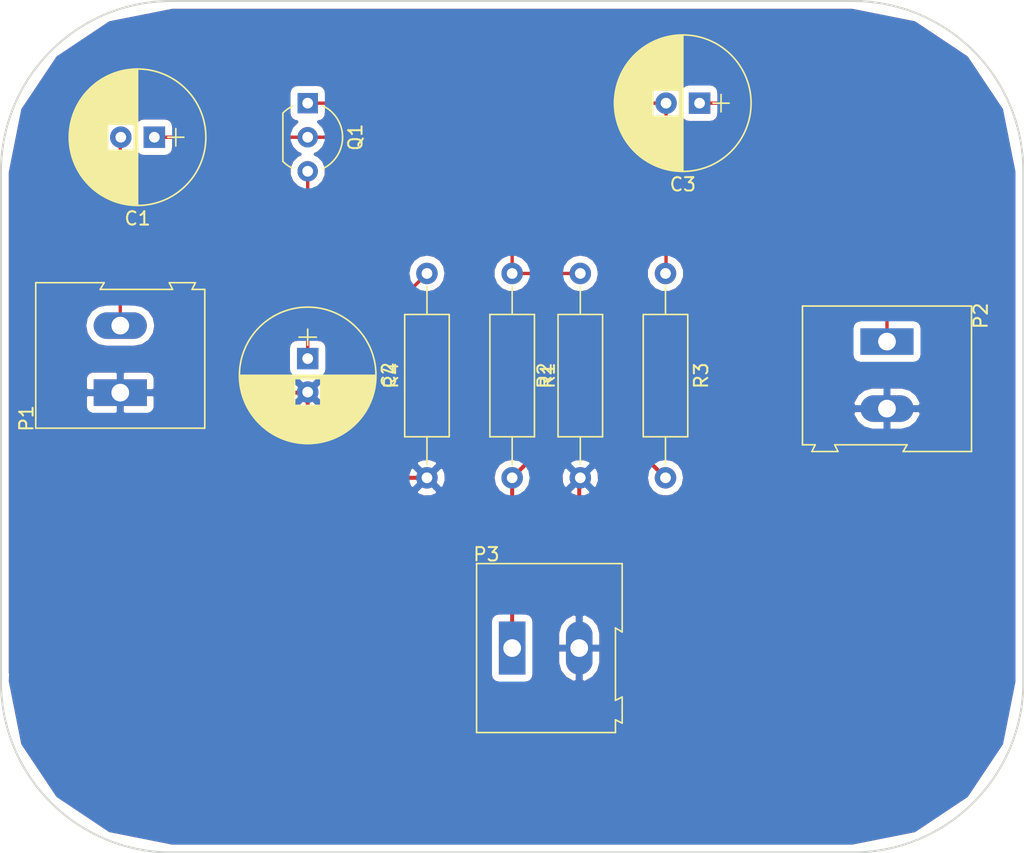
<source format=kicad_pcb>
(kicad_pcb (version 4) (host pcbnew 4.0.5)

  (general
    (links 16)
    (no_connects 0)
    (area 120.574999 69.774999 196.925001 133.425001)
    (thickness 1.6)
    (drawings 8)
    (tracks 31)
    (zones 0)
    (modules 11)
    (nets 8)
  )

  (page A4)
  (title_block
    (title Single_Transistor_AMP)
    (date 2017-05-11)
    (rev V1.0)
    (company "Ventspils Augstskola")
    (comment 1 Autors)
    (comment 2 "Kristaps Kalniņš")
  )

  (layers
    (0 F.Cu signal)
    (31 B.Cu signal)
    (34 B.Paste user)
    (35 F.Paste user)
    (36 B.SilkS user)
    (37 F.SilkS user)
    (38 B.Mask user)
    (39 F.Mask user)
    (40 Dwgs.User user)
    (41 Cmts.User user)
    (42 Eco1.User user)
    (43 Eco2.User user)
    (44 Edge.Cuts user)
    (45 Margin user)
  )

  (setup
    (last_trace_width 0.25)
    (trace_clearance 0.2)
    (zone_clearance 0.508)
    (zone_45_only no)
    (trace_min 0.2)
    (segment_width 0.2)
    (edge_width 0.15)
    (via_size 0.6)
    (via_drill 0.4)
    (via_min_size 0.4)
    (via_min_drill 0.3)
    (uvia_size 0.3)
    (uvia_drill 0.1)
    (uvias_allowed no)
    (uvia_min_size 0.2)
    (uvia_min_drill 0.1)
    (pcb_text_width 0.3)
    (pcb_text_size 1.5 1.5)
    (mod_edge_width 0.15)
    (mod_text_size 1 1)
    (mod_text_width 0.15)
    (pad_size 1.524 1.524)
    (pad_drill 0.762)
    (pad_to_mask_clearance 0.2)
    (aux_axis_origin 0 0)
    (grid_origin 88.9 88.9)
    (visible_elements 7FFFEFFF)
    (pcbplotparams
      (layerselection 0x00030_80000001)
      (usegerberextensions false)
      (excludeedgelayer true)
      (linewidth 0.100000)
      (plotframeref false)
      (viasonmask false)
      (mode 1)
      (useauxorigin false)
      (hpglpennumber 1)
      (hpglpenspeed 20)
      (hpglpendiameter 15)
      (hpglpenoverlay 2)
      (psnegative false)
      (psa4output false)
      (plotreference true)
      (plotvalue true)
      (plotinvisibletext false)
      (padsonsilk false)
      (subtractmaskfromsilk false)
      (outputformat 1)
      (mirror false)
      (drillshape 1)
      (scaleselection 1)
      (outputdirectory ""))
  )

  (net 0 "")
  (net 1 "Net-(C1-Pad1)")
  (net 2 "Net-(C1-Pad2)")
  (net 3 "Net-(C2-Pad1)")
  (net 4 GND)
  (net 5 "Net-(C3-Pad1)")
  (net 6 "Net-(C3-Pad2)")
  (net 7 +24V)

  (net_class Default "This is the default net class."
    (clearance 0.2)
    (trace_width 0.25)
    (via_dia 0.6)
    (via_drill 0.4)
    (uvia_dia 0.3)
    (uvia_drill 0.1)
    (add_net "Net-(C1-Pad1)")
    (add_net "Net-(C1-Pad2)")
    (add_net "Net-(C2-Pad1)")
    (add_net "Net-(C3-Pad1)")
    (add_net "Net-(C3-Pad2)")
  )

  (net_class Power ""
    (clearance 0.5)
    (trace_width 0.3)
    (via_dia 1)
    (via_drill 0.6)
    (uvia_dia 0.3)
    (uvia_drill 0.1)
    (add_net +24V)
    (add_net GND)
  )

  (module Capacitors_THT:CP_Radial_D10.0mm_P2.50mm (layer F.Cu) (tedit 58765D06) (tstamp 59143785)
    (at 132.08 80.01 180)
    (descr "CP, Radial series, Radial, pin pitch=2.50mm, , diameter=10mm, Electrolytic Capacitor")
    (tags "CP Radial series Radial pin pitch 2.50mm  diameter 10mm Electrolytic Capacitor")
    (path /58D39704)
    (fp_text reference C1 (at 1.25 -6.06 180) (layer F.SilkS)
      (effects (font (size 1 1) (thickness 0.15)))
    )
    (fp_text value 2.2uF (at 1.25 6.06 180) (layer F.Fab)
      (effects (font (size 1 1) (thickness 0.15)))
    )
    (fp_circle (center 1.25 0) (end 6.25 0) (layer F.Fab) (width 0.1))
    (fp_circle (center 1.25 0) (end 6.34 0) (layer F.SilkS) (width 0.12))
    (fp_line (start -2.2 0) (end -1 0) (layer F.Fab) (width 0.1))
    (fp_line (start -1.6 -0.65) (end -1.6 0.65) (layer F.Fab) (width 0.1))
    (fp_line (start 1.25 -5.05) (end 1.25 5.05) (layer F.SilkS) (width 0.12))
    (fp_line (start 1.29 -5.05) (end 1.29 5.05) (layer F.SilkS) (width 0.12))
    (fp_line (start 1.33 -5.05) (end 1.33 5.05) (layer F.SilkS) (width 0.12))
    (fp_line (start 1.37 -5.049) (end 1.37 5.049) (layer F.SilkS) (width 0.12))
    (fp_line (start 1.41 -5.048) (end 1.41 5.048) (layer F.SilkS) (width 0.12))
    (fp_line (start 1.45 -5.047) (end 1.45 5.047) (layer F.SilkS) (width 0.12))
    (fp_line (start 1.49 -5.045) (end 1.49 5.045) (layer F.SilkS) (width 0.12))
    (fp_line (start 1.53 -5.043) (end 1.53 -0.98) (layer F.SilkS) (width 0.12))
    (fp_line (start 1.53 0.98) (end 1.53 5.043) (layer F.SilkS) (width 0.12))
    (fp_line (start 1.57 -5.04) (end 1.57 -0.98) (layer F.SilkS) (width 0.12))
    (fp_line (start 1.57 0.98) (end 1.57 5.04) (layer F.SilkS) (width 0.12))
    (fp_line (start 1.61 -5.038) (end 1.61 -0.98) (layer F.SilkS) (width 0.12))
    (fp_line (start 1.61 0.98) (end 1.61 5.038) (layer F.SilkS) (width 0.12))
    (fp_line (start 1.65 -5.035) (end 1.65 -0.98) (layer F.SilkS) (width 0.12))
    (fp_line (start 1.65 0.98) (end 1.65 5.035) (layer F.SilkS) (width 0.12))
    (fp_line (start 1.69 -5.031) (end 1.69 -0.98) (layer F.SilkS) (width 0.12))
    (fp_line (start 1.69 0.98) (end 1.69 5.031) (layer F.SilkS) (width 0.12))
    (fp_line (start 1.73 -5.028) (end 1.73 -0.98) (layer F.SilkS) (width 0.12))
    (fp_line (start 1.73 0.98) (end 1.73 5.028) (layer F.SilkS) (width 0.12))
    (fp_line (start 1.77 -5.024) (end 1.77 -0.98) (layer F.SilkS) (width 0.12))
    (fp_line (start 1.77 0.98) (end 1.77 5.024) (layer F.SilkS) (width 0.12))
    (fp_line (start 1.81 -5.02) (end 1.81 -0.98) (layer F.SilkS) (width 0.12))
    (fp_line (start 1.81 0.98) (end 1.81 5.02) (layer F.SilkS) (width 0.12))
    (fp_line (start 1.85 -5.015) (end 1.85 -0.98) (layer F.SilkS) (width 0.12))
    (fp_line (start 1.85 0.98) (end 1.85 5.015) (layer F.SilkS) (width 0.12))
    (fp_line (start 1.89 -5.01) (end 1.89 -0.98) (layer F.SilkS) (width 0.12))
    (fp_line (start 1.89 0.98) (end 1.89 5.01) (layer F.SilkS) (width 0.12))
    (fp_line (start 1.93 -5.005) (end 1.93 -0.98) (layer F.SilkS) (width 0.12))
    (fp_line (start 1.93 0.98) (end 1.93 5.005) (layer F.SilkS) (width 0.12))
    (fp_line (start 1.971 -4.999) (end 1.971 -0.98) (layer F.SilkS) (width 0.12))
    (fp_line (start 1.971 0.98) (end 1.971 4.999) (layer F.SilkS) (width 0.12))
    (fp_line (start 2.011 -4.993) (end 2.011 -0.98) (layer F.SilkS) (width 0.12))
    (fp_line (start 2.011 0.98) (end 2.011 4.993) (layer F.SilkS) (width 0.12))
    (fp_line (start 2.051 -4.987) (end 2.051 -0.98) (layer F.SilkS) (width 0.12))
    (fp_line (start 2.051 0.98) (end 2.051 4.987) (layer F.SilkS) (width 0.12))
    (fp_line (start 2.091 -4.981) (end 2.091 -0.98) (layer F.SilkS) (width 0.12))
    (fp_line (start 2.091 0.98) (end 2.091 4.981) (layer F.SilkS) (width 0.12))
    (fp_line (start 2.131 -4.974) (end 2.131 -0.98) (layer F.SilkS) (width 0.12))
    (fp_line (start 2.131 0.98) (end 2.131 4.974) (layer F.SilkS) (width 0.12))
    (fp_line (start 2.171 -4.967) (end 2.171 -0.98) (layer F.SilkS) (width 0.12))
    (fp_line (start 2.171 0.98) (end 2.171 4.967) (layer F.SilkS) (width 0.12))
    (fp_line (start 2.211 -4.959) (end 2.211 -0.98) (layer F.SilkS) (width 0.12))
    (fp_line (start 2.211 0.98) (end 2.211 4.959) (layer F.SilkS) (width 0.12))
    (fp_line (start 2.251 -4.951) (end 2.251 -0.98) (layer F.SilkS) (width 0.12))
    (fp_line (start 2.251 0.98) (end 2.251 4.951) (layer F.SilkS) (width 0.12))
    (fp_line (start 2.291 -4.943) (end 2.291 -0.98) (layer F.SilkS) (width 0.12))
    (fp_line (start 2.291 0.98) (end 2.291 4.943) (layer F.SilkS) (width 0.12))
    (fp_line (start 2.331 -4.935) (end 2.331 -0.98) (layer F.SilkS) (width 0.12))
    (fp_line (start 2.331 0.98) (end 2.331 4.935) (layer F.SilkS) (width 0.12))
    (fp_line (start 2.371 -4.926) (end 2.371 -0.98) (layer F.SilkS) (width 0.12))
    (fp_line (start 2.371 0.98) (end 2.371 4.926) (layer F.SilkS) (width 0.12))
    (fp_line (start 2.411 -4.917) (end 2.411 -0.98) (layer F.SilkS) (width 0.12))
    (fp_line (start 2.411 0.98) (end 2.411 4.917) (layer F.SilkS) (width 0.12))
    (fp_line (start 2.451 -4.907) (end 2.451 -0.98) (layer F.SilkS) (width 0.12))
    (fp_line (start 2.451 0.98) (end 2.451 4.907) (layer F.SilkS) (width 0.12))
    (fp_line (start 2.491 -4.897) (end 2.491 -0.98) (layer F.SilkS) (width 0.12))
    (fp_line (start 2.491 0.98) (end 2.491 4.897) (layer F.SilkS) (width 0.12))
    (fp_line (start 2.531 -4.887) (end 2.531 -0.98) (layer F.SilkS) (width 0.12))
    (fp_line (start 2.531 0.98) (end 2.531 4.887) (layer F.SilkS) (width 0.12))
    (fp_line (start 2.571 -4.876) (end 2.571 -0.98) (layer F.SilkS) (width 0.12))
    (fp_line (start 2.571 0.98) (end 2.571 4.876) (layer F.SilkS) (width 0.12))
    (fp_line (start 2.611 -4.865) (end 2.611 -0.98) (layer F.SilkS) (width 0.12))
    (fp_line (start 2.611 0.98) (end 2.611 4.865) (layer F.SilkS) (width 0.12))
    (fp_line (start 2.651 -4.854) (end 2.651 -0.98) (layer F.SilkS) (width 0.12))
    (fp_line (start 2.651 0.98) (end 2.651 4.854) (layer F.SilkS) (width 0.12))
    (fp_line (start 2.691 -4.843) (end 2.691 -0.98) (layer F.SilkS) (width 0.12))
    (fp_line (start 2.691 0.98) (end 2.691 4.843) (layer F.SilkS) (width 0.12))
    (fp_line (start 2.731 -4.831) (end 2.731 -0.98) (layer F.SilkS) (width 0.12))
    (fp_line (start 2.731 0.98) (end 2.731 4.831) (layer F.SilkS) (width 0.12))
    (fp_line (start 2.771 -4.818) (end 2.771 -0.98) (layer F.SilkS) (width 0.12))
    (fp_line (start 2.771 0.98) (end 2.771 4.818) (layer F.SilkS) (width 0.12))
    (fp_line (start 2.811 -4.806) (end 2.811 -0.98) (layer F.SilkS) (width 0.12))
    (fp_line (start 2.811 0.98) (end 2.811 4.806) (layer F.SilkS) (width 0.12))
    (fp_line (start 2.851 -4.792) (end 2.851 -0.98) (layer F.SilkS) (width 0.12))
    (fp_line (start 2.851 0.98) (end 2.851 4.792) (layer F.SilkS) (width 0.12))
    (fp_line (start 2.891 -4.779) (end 2.891 -0.98) (layer F.SilkS) (width 0.12))
    (fp_line (start 2.891 0.98) (end 2.891 4.779) (layer F.SilkS) (width 0.12))
    (fp_line (start 2.931 -4.765) (end 2.931 -0.98) (layer F.SilkS) (width 0.12))
    (fp_line (start 2.931 0.98) (end 2.931 4.765) (layer F.SilkS) (width 0.12))
    (fp_line (start 2.971 -4.751) (end 2.971 -0.98) (layer F.SilkS) (width 0.12))
    (fp_line (start 2.971 0.98) (end 2.971 4.751) (layer F.SilkS) (width 0.12))
    (fp_line (start 3.011 -4.737) (end 3.011 -0.98) (layer F.SilkS) (width 0.12))
    (fp_line (start 3.011 0.98) (end 3.011 4.737) (layer F.SilkS) (width 0.12))
    (fp_line (start 3.051 -4.722) (end 3.051 -0.98) (layer F.SilkS) (width 0.12))
    (fp_line (start 3.051 0.98) (end 3.051 4.722) (layer F.SilkS) (width 0.12))
    (fp_line (start 3.091 -4.706) (end 3.091 -0.98) (layer F.SilkS) (width 0.12))
    (fp_line (start 3.091 0.98) (end 3.091 4.706) (layer F.SilkS) (width 0.12))
    (fp_line (start 3.131 -4.691) (end 3.131 -0.98) (layer F.SilkS) (width 0.12))
    (fp_line (start 3.131 0.98) (end 3.131 4.691) (layer F.SilkS) (width 0.12))
    (fp_line (start 3.171 -4.674) (end 3.171 -0.98) (layer F.SilkS) (width 0.12))
    (fp_line (start 3.171 0.98) (end 3.171 4.674) (layer F.SilkS) (width 0.12))
    (fp_line (start 3.211 -4.658) (end 3.211 -0.98) (layer F.SilkS) (width 0.12))
    (fp_line (start 3.211 0.98) (end 3.211 4.658) (layer F.SilkS) (width 0.12))
    (fp_line (start 3.251 -4.641) (end 3.251 -0.98) (layer F.SilkS) (width 0.12))
    (fp_line (start 3.251 0.98) (end 3.251 4.641) (layer F.SilkS) (width 0.12))
    (fp_line (start 3.291 -4.624) (end 3.291 -0.98) (layer F.SilkS) (width 0.12))
    (fp_line (start 3.291 0.98) (end 3.291 4.624) (layer F.SilkS) (width 0.12))
    (fp_line (start 3.331 -4.606) (end 3.331 -0.98) (layer F.SilkS) (width 0.12))
    (fp_line (start 3.331 0.98) (end 3.331 4.606) (layer F.SilkS) (width 0.12))
    (fp_line (start 3.371 -4.588) (end 3.371 -0.98) (layer F.SilkS) (width 0.12))
    (fp_line (start 3.371 0.98) (end 3.371 4.588) (layer F.SilkS) (width 0.12))
    (fp_line (start 3.411 -4.569) (end 3.411 -0.98) (layer F.SilkS) (width 0.12))
    (fp_line (start 3.411 0.98) (end 3.411 4.569) (layer F.SilkS) (width 0.12))
    (fp_line (start 3.451 -4.55) (end 3.451 -0.98) (layer F.SilkS) (width 0.12))
    (fp_line (start 3.451 0.98) (end 3.451 4.55) (layer F.SilkS) (width 0.12))
    (fp_line (start 3.491 -4.531) (end 3.491 4.531) (layer F.SilkS) (width 0.12))
    (fp_line (start 3.531 -4.511) (end 3.531 4.511) (layer F.SilkS) (width 0.12))
    (fp_line (start 3.571 -4.491) (end 3.571 4.491) (layer F.SilkS) (width 0.12))
    (fp_line (start 3.611 -4.47) (end 3.611 4.47) (layer F.SilkS) (width 0.12))
    (fp_line (start 3.651 -4.449) (end 3.651 4.449) (layer F.SilkS) (width 0.12))
    (fp_line (start 3.691 -4.428) (end 3.691 4.428) (layer F.SilkS) (width 0.12))
    (fp_line (start 3.731 -4.405) (end 3.731 4.405) (layer F.SilkS) (width 0.12))
    (fp_line (start 3.771 -4.383) (end 3.771 4.383) (layer F.SilkS) (width 0.12))
    (fp_line (start 3.811 -4.36) (end 3.811 4.36) (layer F.SilkS) (width 0.12))
    (fp_line (start 3.851 -4.336) (end 3.851 4.336) (layer F.SilkS) (width 0.12))
    (fp_line (start 3.891 -4.312) (end 3.891 4.312) (layer F.SilkS) (width 0.12))
    (fp_line (start 3.931 -4.288) (end 3.931 4.288) (layer F.SilkS) (width 0.12))
    (fp_line (start 3.971 -4.263) (end 3.971 4.263) (layer F.SilkS) (width 0.12))
    (fp_line (start 4.011 -4.237) (end 4.011 4.237) (layer F.SilkS) (width 0.12))
    (fp_line (start 4.051 -4.211) (end 4.051 4.211) (layer F.SilkS) (width 0.12))
    (fp_line (start 4.091 -4.185) (end 4.091 4.185) (layer F.SilkS) (width 0.12))
    (fp_line (start 4.131 -4.157) (end 4.131 4.157) (layer F.SilkS) (width 0.12))
    (fp_line (start 4.171 -4.13) (end 4.171 4.13) (layer F.SilkS) (width 0.12))
    (fp_line (start 4.211 -4.101) (end 4.211 4.101) (layer F.SilkS) (width 0.12))
    (fp_line (start 4.251 -4.072) (end 4.251 4.072) (layer F.SilkS) (width 0.12))
    (fp_line (start 4.291 -4.043) (end 4.291 4.043) (layer F.SilkS) (width 0.12))
    (fp_line (start 4.331 -4.013) (end 4.331 4.013) (layer F.SilkS) (width 0.12))
    (fp_line (start 4.371 -3.982) (end 4.371 3.982) (layer F.SilkS) (width 0.12))
    (fp_line (start 4.411 -3.951) (end 4.411 3.951) (layer F.SilkS) (width 0.12))
    (fp_line (start 4.451 -3.919) (end 4.451 3.919) (layer F.SilkS) (width 0.12))
    (fp_line (start 4.491 -3.886) (end 4.491 3.886) (layer F.SilkS) (width 0.12))
    (fp_line (start 4.531 -3.853) (end 4.531 3.853) (layer F.SilkS) (width 0.12))
    (fp_line (start 4.571 -3.819) (end 4.571 3.819) (layer F.SilkS) (width 0.12))
    (fp_line (start 4.611 -3.784) (end 4.611 3.784) (layer F.SilkS) (width 0.12))
    (fp_line (start 4.651 -3.748) (end 4.651 3.748) (layer F.SilkS) (width 0.12))
    (fp_line (start 4.691 -3.712) (end 4.691 3.712) (layer F.SilkS) (width 0.12))
    (fp_line (start 4.731 -3.675) (end 4.731 3.675) (layer F.SilkS) (width 0.12))
    (fp_line (start 4.771 -3.637) (end 4.771 3.637) (layer F.SilkS) (width 0.12))
    (fp_line (start 4.811 -3.598) (end 4.811 3.598) (layer F.SilkS) (width 0.12))
    (fp_line (start 4.851 -3.559) (end 4.851 3.559) (layer F.SilkS) (width 0.12))
    (fp_line (start 4.891 -3.518) (end 4.891 3.518) (layer F.SilkS) (width 0.12))
    (fp_line (start 4.931 -3.477) (end 4.931 3.477) (layer F.SilkS) (width 0.12))
    (fp_line (start 4.971 -3.435) (end 4.971 3.435) (layer F.SilkS) (width 0.12))
    (fp_line (start 5.011 -3.391) (end 5.011 3.391) (layer F.SilkS) (width 0.12))
    (fp_line (start 5.051 -3.347) (end 5.051 3.347) (layer F.SilkS) (width 0.12))
    (fp_line (start 5.091 -3.302) (end 5.091 3.302) (layer F.SilkS) (width 0.12))
    (fp_line (start 5.131 -3.255) (end 5.131 3.255) (layer F.SilkS) (width 0.12))
    (fp_line (start 5.171 -3.207) (end 5.171 3.207) (layer F.SilkS) (width 0.12))
    (fp_line (start 5.211 -3.158) (end 5.211 3.158) (layer F.SilkS) (width 0.12))
    (fp_line (start 5.251 -3.108) (end 5.251 3.108) (layer F.SilkS) (width 0.12))
    (fp_line (start 5.291 -3.057) (end 5.291 3.057) (layer F.SilkS) (width 0.12))
    (fp_line (start 5.331 -3.004) (end 5.331 3.004) (layer F.SilkS) (width 0.12))
    (fp_line (start 5.371 -2.949) (end 5.371 2.949) (layer F.SilkS) (width 0.12))
    (fp_line (start 5.411 -2.894) (end 5.411 2.894) (layer F.SilkS) (width 0.12))
    (fp_line (start 5.451 -2.836) (end 5.451 2.836) (layer F.SilkS) (width 0.12))
    (fp_line (start 5.491 -2.777) (end 5.491 2.777) (layer F.SilkS) (width 0.12))
    (fp_line (start 5.531 -2.715) (end 5.531 2.715) (layer F.SilkS) (width 0.12))
    (fp_line (start 5.571 -2.652) (end 5.571 2.652) (layer F.SilkS) (width 0.12))
    (fp_line (start 5.611 -2.587) (end 5.611 2.587) (layer F.SilkS) (width 0.12))
    (fp_line (start 5.651 -2.519) (end 5.651 2.519) (layer F.SilkS) (width 0.12))
    (fp_line (start 5.691 -2.449) (end 5.691 2.449) (layer F.SilkS) (width 0.12))
    (fp_line (start 5.731 -2.377) (end 5.731 2.377) (layer F.SilkS) (width 0.12))
    (fp_line (start 5.771 -2.301) (end 5.771 2.301) (layer F.SilkS) (width 0.12))
    (fp_line (start 5.811 -2.222) (end 5.811 2.222) (layer F.SilkS) (width 0.12))
    (fp_line (start 5.851 -2.14) (end 5.851 2.14) (layer F.SilkS) (width 0.12))
    (fp_line (start 5.891 -2.053) (end 5.891 2.053) (layer F.SilkS) (width 0.12))
    (fp_line (start 5.931 -1.962) (end 5.931 1.962) (layer F.SilkS) (width 0.12))
    (fp_line (start 5.971 -1.866) (end 5.971 1.866) (layer F.SilkS) (width 0.12))
    (fp_line (start 6.011 -1.763) (end 6.011 1.763) (layer F.SilkS) (width 0.12))
    (fp_line (start 6.051 -1.654) (end 6.051 1.654) (layer F.SilkS) (width 0.12))
    (fp_line (start 6.091 -1.536) (end 6.091 1.536) (layer F.SilkS) (width 0.12))
    (fp_line (start 6.131 -1.407) (end 6.131 1.407) (layer F.SilkS) (width 0.12))
    (fp_line (start 6.171 -1.265) (end 6.171 1.265) (layer F.SilkS) (width 0.12))
    (fp_line (start 6.211 -1.104) (end 6.211 1.104) (layer F.SilkS) (width 0.12))
    (fp_line (start 6.251 -0.913) (end 6.251 0.913) (layer F.SilkS) (width 0.12))
    (fp_line (start 6.291 -0.672) (end 6.291 0.672) (layer F.SilkS) (width 0.12))
    (fp_line (start 6.331 -0.279) (end 6.331 0.279) (layer F.SilkS) (width 0.12))
    (fp_line (start -2.2 0) (end -1 0) (layer F.SilkS) (width 0.12))
    (fp_line (start -1.6 -0.65) (end -1.6 0.65) (layer F.SilkS) (width 0.12))
    (fp_line (start -4.1 -5.35) (end -4.1 5.35) (layer F.CrtYd) (width 0.05))
    (fp_line (start -4.1 5.35) (end 6.6 5.35) (layer F.CrtYd) (width 0.05))
    (fp_line (start 6.6 5.35) (end 6.6 -5.35) (layer F.CrtYd) (width 0.05))
    (fp_line (start 6.6 -5.35) (end -4.1 -5.35) (layer F.CrtYd) (width 0.05))
    (pad 1 thru_hole rect (at 0 0 180) (size 1.6 1.6) (drill 0.8) (layers *.Cu *.Mask)
      (net 1 "Net-(C1-Pad1)"))
    (pad 2 thru_hole circle (at 2.5 0 180) (size 1.6 1.6) (drill 0.8) (layers *.Cu *.Mask)
      (net 2 "Net-(C1-Pad2)"))
    (model Capacitors_THT.3dshapes/CP_Radial_D10.0mm_P2.50mm.wrl
      (at (xyz 0 0 0))
      (scale (xyz 0.393701 0.393701 0.393701))
      (rotate (xyz 0 0 0))
    )
  )

  (module Capacitors_THT:CP_Radial_D10.0mm_P2.50mm (layer F.Cu) (tedit 58765D06) (tstamp 59143846)
    (at 143.51 96.52 270)
    (descr "CP, Radial series, Radial, pin pitch=2.50mm, , diameter=10mm, Electrolytic Capacitor")
    (tags "CP Radial series Radial pin pitch 2.50mm  diameter 10mm Electrolytic Capacitor")
    (path /58D3958F)
    (fp_text reference C2 (at 1.25 -6.06 270) (layer F.SilkS)
      (effects (font (size 1 1) (thickness 0.15)))
    )
    (fp_text value 22uF (at 1.25 6.06 270) (layer F.Fab)
      (effects (font (size 1 1) (thickness 0.15)))
    )
    (fp_circle (center 1.25 0) (end 6.25 0) (layer F.Fab) (width 0.1))
    (fp_circle (center 1.25 0) (end 6.34 0) (layer F.SilkS) (width 0.12))
    (fp_line (start -2.2 0) (end -1 0) (layer F.Fab) (width 0.1))
    (fp_line (start -1.6 -0.65) (end -1.6 0.65) (layer F.Fab) (width 0.1))
    (fp_line (start 1.25 -5.05) (end 1.25 5.05) (layer F.SilkS) (width 0.12))
    (fp_line (start 1.29 -5.05) (end 1.29 5.05) (layer F.SilkS) (width 0.12))
    (fp_line (start 1.33 -5.05) (end 1.33 5.05) (layer F.SilkS) (width 0.12))
    (fp_line (start 1.37 -5.049) (end 1.37 5.049) (layer F.SilkS) (width 0.12))
    (fp_line (start 1.41 -5.048) (end 1.41 5.048) (layer F.SilkS) (width 0.12))
    (fp_line (start 1.45 -5.047) (end 1.45 5.047) (layer F.SilkS) (width 0.12))
    (fp_line (start 1.49 -5.045) (end 1.49 5.045) (layer F.SilkS) (width 0.12))
    (fp_line (start 1.53 -5.043) (end 1.53 -0.98) (layer F.SilkS) (width 0.12))
    (fp_line (start 1.53 0.98) (end 1.53 5.043) (layer F.SilkS) (width 0.12))
    (fp_line (start 1.57 -5.04) (end 1.57 -0.98) (layer F.SilkS) (width 0.12))
    (fp_line (start 1.57 0.98) (end 1.57 5.04) (layer F.SilkS) (width 0.12))
    (fp_line (start 1.61 -5.038) (end 1.61 -0.98) (layer F.SilkS) (width 0.12))
    (fp_line (start 1.61 0.98) (end 1.61 5.038) (layer F.SilkS) (width 0.12))
    (fp_line (start 1.65 -5.035) (end 1.65 -0.98) (layer F.SilkS) (width 0.12))
    (fp_line (start 1.65 0.98) (end 1.65 5.035) (layer F.SilkS) (width 0.12))
    (fp_line (start 1.69 -5.031) (end 1.69 -0.98) (layer F.SilkS) (width 0.12))
    (fp_line (start 1.69 0.98) (end 1.69 5.031) (layer F.SilkS) (width 0.12))
    (fp_line (start 1.73 -5.028) (end 1.73 -0.98) (layer F.SilkS) (width 0.12))
    (fp_line (start 1.73 0.98) (end 1.73 5.028) (layer F.SilkS) (width 0.12))
    (fp_line (start 1.77 -5.024) (end 1.77 -0.98) (layer F.SilkS) (width 0.12))
    (fp_line (start 1.77 0.98) (end 1.77 5.024) (layer F.SilkS) (width 0.12))
    (fp_line (start 1.81 -5.02) (end 1.81 -0.98) (layer F.SilkS) (width 0.12))
    (fp_line (start 1.81 0.98) (end 1.81 5.02) (layer F.SilkS) (width 0.12))
    (fp_line (start 1.85 -5.015) (end 1.85 -0.98) (layer F.SilkS) (width 0.12))
    (fp_line (start 1.85 0.98) (end 1.85 5.015) (layer F.SilkS) (width 0.12))
    (fp_line (start 1.89 -5.01) (end 1.89 -0.98) (layer F.SilkS) (width 0.12))
    (fp_line (start 1.89 0.98) (end 1.89 5.01) (layer F.SilkS) (width 0.12))
    (fp_line (start 1.93 -5.005) (end 1.93 -0.98) (layer F.SilkS) (width 0.12))
    (fp_line (start 1.93 0.98) (end 1.93 5.005) (layer F.SilkS) (width 0.12))
    (fp_line (start 1.971 -4.999) (end 1.971 -0.98) (layer F.SilkS) (width 0.12))
    (fp_line (start 1.971 0.98) (end 1.971 4.999) (layer F.SilkS) (width 0.12))
    (fp_line (start 2.011 -4.993) (end 2.011 -0.98) (layer F.SilkS) (width 0.12))
    (fp_line (start 2.011 0.98) (end 2.011 4.993) (layer F.SilkS) (width 0.12))
    (fp_line (start 2.051 -4.987) (end 2.051 -0.98) (layer F.SilkS) (width 0.12))
    (fp_line (start 2.051 0.98) (end 2.051 4.987) (layer F.SilkS) (width 0.12))
    (fp_line (start 2.091 -4.981) (end 2.091 -0.98) (layer F.SilkS) (width 0.12))
    (fp_line (start 2.091 0.98) (end 2.091 4.981) (layer F.SilkS) (width 0.12))
    (fp_line (start 2.131 -4.974) (end 2.131 -0.98) (layer F.SilkS) (width 0.12))
    (fp_line (start 2.131 0.98) (end 2.131 4.974) (layer F.SilkS) (width 0.12))
    (fp_line (start 2.171 -4.967) (end 2.171 -0.98) (layer F.SilkS) (width 0.12))
    (fp_line (start 2.171 0.98) (end 2.171 4.967) (layer F.SilkS) (width 0.12))
    (fp_line (start 2.211 -4.959) (end 2.211 -0.98) (layer F.SilkS) (width 0.12))
    (fp_line (start 2.211 0.98) (end 2.211 4.959) (layer F.SilkS) (width 0.12))
    (fp_line (start 2.251 -4.951) (end 2.251 -0.98) (layer F.SilkS) (width 0.12))
    (fp_line (start 2.251 0.98) (end 2.251 4.951) (layer F.SilkS) (width 0.12))
    (fp_line (start 2.291 -4.943) (end 2.291 -0.98) (layer F.SilkS) (width 0.12))
    (fp_line (start 2.291 0.98) (end 2.291 4.943) (layer F.SilkS) (width 0.12))
    (fp_line (start 2.331 -4.935) (end 2.331 -0.98) (layer F.SilkS) (width 0.12))
    (fp_line (start 2.331 0.98) (end 2.331 4.935) (layer F.SilkS) (width 0.12))
    (fp_line (start 2.371 -4.926) (end 2.371 -0.98) (layer F.SilkS) (width 0.12))
    (fp_line (start 2.371 0.98) (end 2.371 4.926) (layer F.SilkS) (width 0.12))
    (fp_line (start 2.411 -4.917) (end 2.411 -0.98) (layer F.SilkS) (width 0.12))
    (fp_line (start 2.411 0.98) (end 2.411 4.917) (layer F.SilkS) (width 0.12))
    (fp_line (start 2.451 -4.907) (end 2.451 -0.98) (layer F.SilkS) (width 0.12))
    (fp_line (start 2.451 0.98) (end 2.451 4.907) (layer F.SilkS) (width 0.12))
    (fp_line (start 2.491 -4.897) (end 2.491 -0.98) (layer F.SilkS) (width 0.12))
    (fp_line (start 2.491 0.98) (end 2.491 4.897) (layer F.SilkS) (width 0.12))
    (fp_line (start 2.531 -4.887) (end 2.531 -0.98) (layer F.SilkS) (width 0.12))
    (fp_line (start 2.531 0.98) (end 2.531 4.887) (layer F.SilkS) (width 0.12))
    (fp_line (start 2.571 -4.876) (end 2.571 -0.98) (layer F.SilkS) (width 0.12))
    (fp_line (start 2.571 0.98) (end 2.571 4.876) (layer F.SilkS) (width 0.12))
    (fp_line (start 2.611 -4.865) (end 2.611 -0.98) (layer F.SilkS) (width 0.12))
    (fp_line (start 2.611 0.98) (end 2.611 4.865) (layer F.SilkS) (width 0.12))
    (fp_line (start 2.651 -4.854) (end 2.651 -0.98) (layer F.SilkS) (width 0.12))
    (fp_line (start 2.651 0.98) (end 2.651 4.854) (layer F.SilkS) (width 0.12))
    (fp_line (start 2.691 -4.843) (end 2.691 -0.98) (layer F.SilkS) (width 0.12))
    (fp_line (start 2.691 0.98) (end 2.691 4.843) (layer F.SilkS) (width 0.12))
    (fp_line (start 2.731 -4.831) (end 2.731 -0.98) (layer F.SilkS) (width 0.12))
    (fp_line (start 2.731 0.98) (end 2.731 4.831) (layer F.SilkS) (width 0.12))
    (fp_line (start 2.771 -4.818) (end 2.771 -0.98) (layer F.SilkS) (width 0.12))
    (fp_line (start 2.771 0.98) (end 2.771 4.818) (layer F.SilkS) (width 0.12))
    (fp_line (start 2.811 -4.806) (end 2.811 -0.98) (layer F.SilkS) (width 0.12))
    (fp_line (start 2.811 0.98) (end 2.811 4.806) (layer F.SilkS) (width 0.12))
    (fp_line (start 2.851 -4.792) (end 2.851 -0.98) (layer F.SilkS) (width 0.12))
    (fp_line (start 2.851 0.98) (end 2.851 4.792) (layer F.SilkS) (width 0.12))
    (fp_line (start 2.891 -4.779) (end 2.891 -0.98) (layer F.SilkS) (width 0.12))
    (fp_line (start 2.891 0.98) (end 2.891 4.779) (layer F.SilkS) (width 0.12))
    (fp_line (start 2.931 -4.765) (end 2.931 -0.98) (layer F.SilkS) (width 0.12))
    (fp_line (start 2.931 0.98) (end 2.931 4.765) (layer F.SilkS) (width 0.12))
    (fp_line (start 2.971 -4.751) (end 2.971 -0.98) (layer F.SilkS) (width 0.12))
    (fp_line (start 2.971 0.98) (end 2.971 4.751) (layer F.SilkS) (width 0.12))
    (fp_line (start 3.011 -4.737) (end 3.011 -0.98) (layer F.SilkS) (width 0.12))
    (fp_line (start 3.011 0.98) (end 3.011 4.737) (layer F.SilkS) (width 0.12))
    (fp_line (start 3.051 -4.722) (end 3.051 -0.98) (layer F.SilkS) (width 0.12))
    (fp_line (start 3.051 0.98) (end 3.051 4.722) (layer F.SilkS) (width 0.12))
    (fp_line (start 3.091 -4.706) (end 3.091 -0.98) (layer F.SilkS) (width 0.12))
    (fp_line (start 3.091 0.98) (end 3.091 4.706) (layer F.SilkS) (width 0.12))
    (fp_line (start 3.131 -4.691) (end 3.131 -0.98) (layer F.SilkS) (width 0.12))
    (fp_line (start 3.131 0.98) (end 3.131 4.691) (layer F.SilkS) (width 0.12))
    (fp_line (start 3.171 -4.674) (end 3.171 -0.98) (layer F.SilkS) (width 0.12))
    (fp_line (start 3.171 0.98) (end 3.171 4.674) (layer F.SilkS) (width 0.12))
    (fp_line (start 3.211 -4.658) (end 3.211 -0.98) (layer F.SilkS) (width 0.12))
    (fp_line (start 3.211 0.98) (end 3.211 4.658) (layer F.SilkS) (width 0.12))
    (fp_line (start 3.251 -4.641) (end 3.251 -0.98) (layer F.SilkS) (width 0.12))
    (fp_line (start 3.251 0.98) (end 3.251 4.641) (layer F.SilkS) (width 0.12))
    (fp_line (start 3.291 -4.624) (end 3.291 -0.98) (layer F.SilkS) (width 0.12))
    (fp_line (start 3.291 0.98) (end 3.291 4.624) (layer F.SilkS) (width 0.12))
    (fp_line (start 3.331 -4.606) (end 3.331 -0.98) (layer F.SilkS) (width 0.12))
    (fp_line (start 3.331 0.98) (end 3.331 4.606) (layer F.SilkS) (width 0.12))
    (fp_line (start 3.371 -4.588) (end 3.371 -0.98) (layer F.SilkS) (width 0.12))
    (fp_line (start 3.371 0.98) (end 3.371 4.588) (layer F.SilkS) (width 0.12))
    (fp_line (start 3.411 -4.569) (end 3.411 -0.98) (layer F.SilkS) (width 0.12))
    (fp_line (start 3.411 0.98) (end 3.411 4.569) (layer F.SilkS) (width 0.12))
    (fp_line (start 3.451 -4.55) (end 3.451 -0.98) (layer F.SilkS) (width 0.12))
    (fp_line (start 3.451 0.98) (end 3.451 4.55) (layer F.SilkS) (width 0.12))
    (fp_line (start 3.491 -4.531) (end 3.491 4.531) (layer F.SilkS) (width 0.12))
    (fp_line (start 3.531 -4.511) (end 3.531 4.511) (layer F.SilkS) (width 0.12))
    (fp_line (start 3.571 -4.491) (end 3.571 4.491) (layer F.SilkS) (width 0.12))
    (fp_line (start 3.611 -4.47) (end 3.611 4.47) (layer F.SilkS) (width 0.12))
    (fp_line (start 3.651 -4.449) (end 3.651 4.449) (layer F.SilkS) (width 0.12))
    (fp_line (start 3.691 -4.428) (end 3.691 4.428) (layer F.SilkS) (width 0.12))
    (fp_line (start 3.731 -4.405) (end 3.731 4.405) (layer F.SilkS) (width 0.12))
    (fp_line (start 3.771 -4.383) (end 3.771 4.383) (layer F.SilkS) (width 0.12))
    (fp_line (start 3.811 -4.36) (end 3.811 4.36) (layer F.SilkS) (width 0.12))
    (fp_line (start 3.851 -4.336) (end 3.851 4.336) (layer F.SilkS) (width 0.12))
    (fp_line (start 3.891 -4.312) (end 3.891 4.312) (layer F.SilkS) (width 0.12))
    (fp_line (start 3.931 -4.288) (end 3.931 4.288) (layer F.SilkS) (width 0.12))
    (fp_line (start 3.971 -4.263) (end 3.971 4.263) (layer F.SilkS) (width 0.12))
    (fp_line (start 4.011 -4.237) (end 4.011 4.237) (layer F.SilkS) (width 0.12))
    (fp_line (start 4.051 -4.211) (end 4.051 4.211) (layer F.SilkS) (width 0.12))
    (fp_line (start 4.091 -4.185) (end 4.091 4.185) (layer F.SilkS) (width 0.12))
    (fp_line (start 4.131 -4.157) (end 4.131 4.157) (layer F.SilkS) (width 0.12))
    (fp_line (start 4.171 -4.13) (end 4.171 4.13) (layer F.SilkS) (width 0.12))
    (fp_line (start 4.211 -4.101) (end 4.211 4.101) (layer F.SilkS) (width 0.12))
    (fp_line (start 4.251 -4.072) (end 4.251 4.072) (layer F.SilkS) (width 0.12))
    (fp_line (start 4.291 -4.043) (end 4.291 4.043) (layer F.SilkS) (width 0.12))
    (fp_line (start 4.331 -4.013) (end 4.331 4.013) (layer F.SilkS) (width 0.12))
    (fp_line (start 4.371 -3.982) (end 4.371 3.982) (layer F.SilkS) (width 0.12))
    (fp_line (start 4.411 -3.951) (end 4.411 3.951) (layer F.SilkS) (width 0.12))
    (fp_line (start 4.451 -3.919) (end 4.451 3.919) (layer F.SilkS) (width 0.12))
    (fp_line (start 4.491 -3.886) (end 4.491 3.886) (layer F.SilkS) (width 0.12))
    (fp_line (start 4.531 -3.853) (end 4.531 3.853) (layer F.SilkS) (width 0.12))
    (fp_line (start 4.571 -3.819) (end 4.571 3.819) (layer F.SilkS) (width 0.12))
    (fp_line (start 4.611 -3.784) (end 4.611 3.784) (layer F.SilkS) (width 0.12))
    (fp_line (start 4.651 -3.748) (end 4.651 3.748) (layer F.SilkS) (width 0.12))
    (fp_line (start 4.691 -3.712) (end 4.691 3.712) (layer F.SilkS) (width 0.12))
    (fp_line (start 4.731 -3.675) (end 4.731 3.675) (layer F.SilkS) (width 0.12))
    (fp_line (start 4.771 -3.637) (end 4.771 3.637) (layer F.SilkS) (width 0.12))
    (fp_line (start 4.811 -3.598) (end 4.811 3.598) (layer F.SilkS) (width 0.12))
    (fp_line (start 4.851 -3.559) (end 4.851 3.559) (layer F.SilkS) (width 0.12))
    (fp_line (start 4.891 -3.518) (end 4.891 3.518) (layer F.SilkS) (width 0.12))
    (fp_line (start 4.931 -3.477) (end 4.931 3.477) (layer F.SilkS) (width 0.12))
    (fp_line (start 4.971 -3.435) (end 4.971 3.435) (layer F.SilkS) (width 0.12))
    (fp_line (start 5.011 -3.391) (end 5.011 3.391) (layer F.SilkS) (width 0.12))
    (fp_line (start 5.051 -3.347) (end 5.051 3.347) (layer F.SilkS) (width 0.12))
    (fp_line (start 5.091 -3.302) (end 5.091 3.302) (layer F.SilkS) (width 0.12))
    (fp_line (start 5.131 -3.255) (end 5.131 3.255) (layer F.SilkS) (width 0.12))
    (fp_line (start 5.171 -3.207) (end 5.171 3.207) (layer F.SilkS) (width 0.12))
    (fp_line (start 5.211 -3.158) (end 5.211 3.158) (layer F.SilkS) (width 0.12))
    (fp_line (start 5.251 -3.108) (end 5.251 3.108) (layer F.SilkS) (width 0.12))
    (fp_line (start 5.291 -3.057) (end 5.291 3.057) (layer F.SilkS) (width 0.12))
    (fp_line (start 5.331 -3.004) (end 5.331 3.004) (layer F.SilkS) (width 0.12))
    (fp_line (start 5.371 -2.949) (end 5.371 2.949) (layer F.SilkS) (width 0.12))
    (fp_line (start 5.411 -2.894) (end 5.411 2.894) (layer F.SilkS) (width 0.12))
    (fp_line (start 5.451 -2.836) (end 5.451 2.836) (layer F.SilkS) (width 0.12))
    (fp_line (start 5.491 -2.777) (end 5.491 2.777) (layer F.SilkS) (width 0.12))
    (fp_line (start 5.531 -2.715) (end 5.531 2.715) (layer F.SilkS) (width 0.12))
    (fp_line (start 5.571 -2.652) (end 5.571 2.652) (layer F.SilkS) (width 0.12))
    (fp_line (start 5.611 -2.587) (end 5.611 2.587) (layer F.SilkS) (width 0.12))
    (fp_line (start 5.651 -2.519) (end 5.651 2.519) (layer F.SilkS) (width 0.12))
    (fp_line (start 5.691 -2.449) (end 5.691 2.449) (layer F.SilkS) (width 0.12))
    (fp_line (start 5.731 -2.377) (end 5.731 2.377) (layer F.SilkS) (width 0.12))
    (fp_line (start 5.771 -2.301) (end 5.771 2.301) (layer F.SilkS) (width 0.12))
    (fp_line (start 5.811 -2.222) (end 5.811 2.222) (layer F.SilkS) (width 0.12))
    (fp_line (start 5.851 -2.14) (end 5.851 2.14) (layer F.SilkS) (width 0.12))
    (fp_line (start 5.891 -2.053) (end 5.891 2.053) (layer F.SilkS) (width 0.12))
    (fp_line (start 5.931 -1.962) (end 5.931 1.962) (layer F.SilkS) (width 0.12))
    (fp_line (start 5.971 -1.866) (end 5.971 1.866) (layer F.SilkS) (width 0.12))
    (fp_line (start 6.011 -1.763) (end 6.011 1.763) (layer F.SilkS) (width 0.12))
    (fp_line (start 6.051 -1.654) (end 6.051 1.654) (layer F.SilkS) (width 0.12))
    (fp_line (start 6.091 -1.536) (end 6.091 1.536) (layer F.SilkS) (width 0.12))
    (fp_line (start 6.131 -1.407) (end 6.131 1.407) (layer F.SilkS) (width 0.12))
    (fp_line (start 6.171 -1.265) (end 6.171 1.265) (layer F.SilkS) (width 0.12))
    (fp_line (start 6.211 -1.104) (end 6.211 1.104) (layer F.SilkS) (width 0.12))
    (fp_line (start 6.251 -0.913) (end 6.251 0.913) (layer F.SilkS) (width 0.12))
    (fp_line (start 6.291 -0.672) (end 6.291 0.672) (layer F.SilkS) (width 0.12))
    (fp_line (start 6.331 -0.279) (end 6.331 0.279) (layer F.SilkS) (width 0.12))
    (fp_line (start -2.2 0) (end -1 0) (layer F.SilkS) (width 0.12))
    (fp_line (start -1.6 -0.65) (end -1.6 0.65) (layer F.SilkS) (width 0.12))
    (fp_line (start -4.1 -5.35) (end -4.1 5.35) (layer F.CrtYd) (width 0.05))
    (fp_line (start -4.1 5.35) (end 6.6 5.35) (layer F.CrtYd) (width 0.05))
    (fp_line (start 6.6 5.35) (end 6.6 -5.35) (layer F.CrtYd) (width 0.05))
    (fp_line (start 6.6 -5.35) (end -4.1 -5.35) (layer F.CrtYd) (width 0.05))
    (pad 1 thru_hole rect (at 0 0 270) (size 1.6 1.6) (drill 0.8) (layers *.Cu *.Mask)
      (net 3 "Net-(C2-Pad1)"))
    (pad 2 thru_hole circle (at 2.5 0 270) (size 1.6 1.6) (drill 0.8) (layers *.Cu *.Mask)
      (net 4 GND))
    (model Capacitors_THT.3dshapes/CP_Radial_D10.0mm_P2.50mm.wrl
      (at (xyz 0 0 0))
      (scale (xyz 0.393701 0.393701 0.393701))
      (rotate (xyz 0 0 0))
    )
  )

  (module Capacitors_THT:CP_Radial_D10.0mm_P2.50mm (layer F.Cu) (tedit 58765D06) (tstamp 59143907)
    (at 172.72 77.47 180)
    (descr "CP, Radial series, Radial, pin pitch=2.50mm, , diameter=10mm, Electrolytic Capacitor")
    (tags "CP Radial series Radial pin pitch 2.50mm  diameter 10mm Electrolytic Capacitor")
    (path /58D98F78)
    (fp_text reference C3 (at 1.25 -6.06 180) (layer F.SilkS)
      (effects (font (size 1 1) (thickness 0.15)))
    )
    (fp_text value 2.2uF (at 1.25 6.06 180) (layer F.Fab)
      (effects (font (size 1 1) (thickness 0.15)))
    )
    (fp_circle (center 1.25 0) (end 6.25 0) (layer F.Fab) (width 0.1))
    (fp_circle (center 1.25 0) (end 6.34 0) (layer F.SilkS) (width 0.12))
    (fp_line (start -2.2 0) (end -1 0) (layer F.Fab) (width 0.1))
    (fp_line (start -1.6 -0.65) (end -1.6 0.65) (layer F.Fab) (width 0.1))
    (fp_line (start 1.25 -5.05) (end 1.25 5.05) (layer F.SilkS) (width 0.12))
    (fp_line (start 1.29 -5.05) (end 1.29 5.05) (layer F.SilkS) (width 0.12))
    (fp_line (start 1.33 -5.05) (end 1.33 5.05) (layer F.SilkS) (width 0.12))
    (fp_line (start 1.37 -5.049) (end 1.37 5.049) (layer F.SilkS) (width 0.12))
    (fp_line (start 1.41 -5.048) (end 1.41 5.048) (layer F.SilkS) (width 0.12))
    (fp_line (start 1.45 -5.047) (end 1.45 5.047) (layer F.SilkS) (width 0.12))
    (fp_line (start 1.49 -5.045) (end 1.49 5.045) (layer F.SilkS) (width 0.12))
    (fp_line (start 1.53 -5.043) (end 1.53 -0.98) (layer F.SilkS) (width 0.12))
    (fp_line (start 1.53 0.98) (end 1.53 5.043) (layer F.SilkS) (width 0.12))
    (fp_line (start 1.57 -5.04) (end 1.57 -0.98) (layer F.SilkS) (width 0.12))
    (fp_line (start 1.57 0.98) (end 1.57 5.04) (layer F.SilkS) (width 0.12))
    (fp_line (start 1.61 -5.038) (end 1.61 -0.98) (layer F.SilkS) (width 0.12))
    (fp_line (start 1.61 0.98) (end 1.61 5.038) (layer F.SilkS) (width 0.12))
    (fp_line (start 1.65 -5.035) (end 1.65 -0.98) (layer F.SilkS) (width 0.12))
    (fp_line (start 1.65 0.98) (end 1.65 5.035) (layer F.SilkS) (width 0.12))
    (fp_line (start 1.69 -5.031) (end 1.69 -0.98) (layer F.SilkS) (width 0.12))
    (fp_line (start 1.69 0.98) (end 1.69 5.031) (layer F.SilkS) (width 0.12))
    (fp_line (start 1.73 -5.028) (end 1.73 -0.98) (layer F.SilkS) (width 0.12))
    (fp_line (start 1.73 0.98) (end 1.73 5.028) (layer F.SilkS) (width 0.12))
    (fp_line (start 1.77 -5.024) (end 1.77 -0.98) (layer F.SilkS) (width 0.12))
    (fp_line (start 1.77 0.98) (end 1.77 5.024) (layer F.SilkS) (width 0.12))
    (fp_line (start 1.81 -5.02) (end 1.81 -0.98) (layer F.SilkS) (width 0.12))
    (fp_line (start 1.81 0.98) (end 1.81 5.02) (layer F.SilkS) (width 0.12))
    (fp_line (start 1.85 -5.015) (end 1.85 -0.98) (layer F.SilkS) (width 0.12))
    (fp_line (start 1.85 0.98) (end 1.85 5.015) (layer F.SilkS) (width 0.12))
    (fp_line (start 1.89 -5.01) (end 1.89 -0.98) (layer F.SilkS) (width 0.12))
    (fp_line (start 1.89 0.98) (end 1.89 5.01) (layer F.SilkS) (width 0.12))
    (fp_line (start 1.93 -5.005) (end 1.93 -0.98) (layer F.SilkS) (width 0.12))
    (fp_line (start 1.93 0.98) (end 1.93 5.005) (layer F.SilkS) (width 0.12))
    (fp_line (start 1.971 -4.999) (end 1.971 -0.98) (layer F.SilkS) (width 0.12))
    (fp_line (start 1.971 0.98) (end 1.971 4.999) (layer F.SilkS) (width 0.12))
    (fp_line (start 2.011 -4.993) (end 2.011 -0.98) (layer F.SilkS) (width 0.12))
    (fp_line (start 2.011 0.98) (end 2.011 4.993) (layer F.SilkS) (width 0.12))
    (fp_line (start 2.051 -4.987) (end 2.051 -0.98) (layer F.SilkS) (width 0.12))
    (fp_line (start 2.051 0.98) (end 2.051 4.987) (layer F.SilkS) (width 0.12))
    (fp_line (start 2.091 -4.981) (end 2.091 -0.98) (layer F.SilkS) (width 0.12))
    (fp_line (start 2.091 0.98) (end 2.091 4.981) (layer F.SilkS) (width 0.12))
    (fp_line (start 2.131 -4.974) (end 2.131 -0.98) (layer F.SilkS) (width 0.12))
    (fp_line (start 2.131 0.98) (end 2.131 4.974) (layer F.SilkS) (width 0.12))
    (fp_line (start 2.171 -4.967) (end 2.171 -0.98) (layer F.SilkS) (width 0.12))
    (fp_line (start 2.171 0.98) (end 2.171 4.967) (layer F.SilkS) (width 0.12))
    (fp_line (start 2.211 -4.959) (end 2.211 -0.98) (layer F.SilkS) (width 0.12))
    (fp_line (start 2.211 0.98) (end 2.211 4.959) (layer F.SilkS) (width 0.12))
    (fp_line (start 2.251 -4.951) (end 2.251 -0.98) (layer F.SilkS) (width 0.12))
    (fp_line (start 2.251 0.98) (end 2.251 4.951) (layer F.SilkS) (width 0.12))
    (fp_line (start 2.291 -4.943) (end 2.291 -0.98) (layer F.SilkS) (width 0.12))
    (fp_line (start 2.291 0.98) (end 2.291 4.943) (layer F.SilkS) (width 0.12))
    (fp_line (start 2.331 -4.935) (end 2.331 -0.98) (layer F.SilkS) (width 0.12))
    (fp_line (start 2.331 0.98) (end 2.331 4.935) (layer F.SilkS) (width 0.12))
    (fp_line (start 2.371 -4.926) (end 2.371 -0.98) (layer F.SilkS) (width 0.12))
    (fp_line (start 2.371 0.98) (end 2.371 4.926) (layer F.SilkS) (width 0.12))
    (fp_line (start 2.411 -4.917) (end 2.411 -0.98) (layer F.SilkS) (width 0.12))
    (fp_line (start 2.411 0.98) (end 2.411 4.917) (layer F.SilkS) (width 0.12))
    (fp_line (start 2.451 -4.907) (end 2.451 -0.98) (layer F.SilkS) (width 0.12))
    (fp_line (start 2.451 0.98) (end 2.451 4.907) (layer F.SilkS) (width 0.12))
    (fp_line (start 2.491 -4.897) (end 2.491 -0.98) (layer F.SilkS) (width 0.12))
    (fp_line (start 2.491 0.98) (end 2.491 4.897) (layer F.SilkS) (width 0.12))
    (fp_line (start 2.531 -4.887) (end 2.531 -0.98) (layer F.SilkS) (width 0.12))
    (fp_line (start 2.531 0.98) (end 2.531 4.887) (layer F.SilkS) (width 0.12))
    (fp_line (start 2.571 -4.876) (end 2.571 -0.98) (layer F.SilkS) (width 0.12))
    (fp_line (start 2.571 0.98) (end 2.571 4.876) (layer F.SilkS) (width 0.12))
    (fp_line (start 2.611 -4.865) (end 2.611 -0.98) (layer F.SilkS) (width 0.12))
    (fp_line (start 2.611 0.98) (end 2.611 4.865) (layer F.SilkS) (width 0.12))
    (fp_line (start 2.651 -4.854) (end 2.651 -0.98) (layer F.SilkS) (width 0.12))
    (fp_line (start 2.651 0.98) (end 2.651 4.854) (layer F.SilkS) (width 0.12))
    (fp_line (start 2.691 -4.843) (end 2.691 -0.98) (layer F.SilkS) (width 0.12))
    (fp_line (start 2.691 0.98) (end 2.691 4.843) (layer F.SilkS) (width 0.12))
    (fp_line (start 2.731 -4.831) (end 2.731 -0.98) (layer F.SilkS) (width 0.12))
    (fp_line (start 2.731 0.98) (end 2.731 4.831) (layer F.SilkS) (width 0.12))
    (fp_line (start 2.771 -4.818) (end 2.771 -0.98) (layer F.SilkS) (width 0.12))
    (fp_line (start 2.771 0.98) (end 2.771 4.818) (layer F.SilkS) (width 0.12))
    (fp_line (start 2.811 -4.806) (end 2.811 -0.98) (layer F.SilkS) (width 0.12))
    (fp_line (start 2.811 0.98) (end 2.811 4.806) (layer F.SilkS) (width 0.12))
    (fp_line (start 2.851 -4.792) (end 2.851 -0.98) (layer F.SilkS) (width 0.12))
    (fp_line (start 2.851 0.98) (end 2.851 4.792) (layer F.SilkS) (width 0.12))
    (fp_line (start 2.891 -4.779) (end 2.891 -0.98) (layer F.SilkS) (width 0.12))
    (fp_line (start 2.891 0.98) (end 2.891 4.779) (layer F.SilkS) (width 0.12))
    (fp_line (start 2.931 -4.765) (end 2.931 -0.98) (layer F.SilkS) (width 0.12))
    (fp_line (start 2.931 0.98) (end 2.931 4.765) (layer F.SilkS) (width 0.12))
    (fp_line (start 2.971 -4.751) (end 2.971 -0.98) (layer F.SilkS) (width 0.12))
    (fp_line (start 2.971 0.98) (end 2.971 4.751) (layer F.SilkS) (width 0.12))
    (fp_line (start 3.011 -4.737) (end 3.011 -0.98) (layer F.SilkS) (width 0.12))
    (fp_line (start 3.011 0.98) (end 3.011 4.737) (layer F.SilkS) (width 0.12))
    (fp_line (start 3.051 -4.722) (end 3.051 -0.98) (layer F.SilkS) (width 0.12))
    (fp_line (start 3.051 0.98) (end 3.051 4.722) (layer F.SilkS) (width 0.12))
    (fp_line (start 3.091 -4.706) (end 3.091 -0.98) (layer F.SilkS) (width 0.12))
    (fp_line (start 3.091 0.98) (end 3.091 4.706) (layer F.SilkS) (width 0.12))
    (fp_line (start 3.131 -4.691) (end 3.131 -0.98) (layer F.SilkS) (width 0.12))
    (fp_line (start 3.131 0.98) (end 3.131 4.691) (layer F.SilkS) (width 0.12))
    (fp_line (start 3.171 -4.674) (end 3.171 -0.98) (layer F.SilkS) (width 0.12))
    (fp_line (start 3.171 0.98) (end 3.171 4.674) (layer F.SilkS) (width 0.12))
    (fp_line (start 3.211 -4.658) (end 3.211 -0.98) (layer F.SilkS) (width 0.12))
    (fp_line (start 3.211 0.98) (end 3.211 4.658) (layer F.SilkS) (width 0.12))
    (fp_line (start 3.251 -4.641) (end 3.251 -0.98) (layer F.SilkS) (width 0.12))
    (fp_line (start 3.251 0.98) (end 3.251 4.641) (layer F.SilkS) (width 0.12))
    (fp_line (start 3.291 -4.624) (end 3.291 -0.98) (layer F.SilkS) (width 0.12))
    (fp_line (start 3.291 0.98) (end 3.291 4.624) (layer F.SilkS) (width 0.12))
    (fp_line (start 3.331 -4.606) (end 3.331 -0.98) (layer F.SilkS) (width 0.12))
    (fp_line (start 3.331 0.98) (end 3.331 4.606) (layer F.SilkS) (width 0.12))
    (fp_line (start 3.371 -4.588) (end 3.371 -0.98) (layer F.SilkS) (width 0.12))
    (fp_line (start 3.371 0.98) (end 3.371 4.588) (layer F.SilkS) (width 0.12))
    (fp_line (start 3.411 -4.569) (end 3.411 -0.98) (layer F.SilkS) (width 0.12))
    (fp_line (start 3.411 0.98) (end 3.411 4.569) (layer F.SilkS) (width 0.12))
    (fp_line (start 3.451 -4.55) (end 3.451 -0.98) (layer F.SilkS) (width 0.12))
    (fp_line (start 3.451 0.98) (end 3.451 4.55) (layer F.SilkS) (width 0.12))
    (fp_line (start 3.491 -4.531) (end 3.491 4.531) (layer F.SilkS) (width 0.12))
    (fp_line (start 3.531 -4.511) (end 3.531 4.511) (layer F.SilkS) (width 0.12))
    (fp_line (start 3.571 -4.491) (end 3.571 4.491) (layer F.SilkS) (width 0.12))
    (fp_line (start 3.611 -4.47) (end 3.611 4.47) (layer F.SilkS) (width 0.12))
    (fp_line (start 3.651 -4.449) (end 3.651 4.449) (layer F.SilkS) (width 0.12))
    (fp_line (start 3.691 -4.428) (end 3.691 4.428) (layer F.SilkS) (width 0.12))
    (fp_line (start 3.731 -4.405) (end 3.731 4.405) (layer F.SilkS) (width 0.12))
    (fp_line (start 3.771 -4.383) (end 3.771 4.383) (layer F.SilkS) (width 0.12))
    (fp_line (start 3.811 -4.36) (end 3.811 4.36) (layer F.SilkS) (width 0.12))
    (fp_line (start 3.851 -4.336) (end 3.851 4.336) (layer F.SilkS) (width 0.12))
    (fp_line (start 3.891 -4.312) (end 3.891 4.312) (layer F.SilkS) (width 0.12))
    (fp_line (start 3.931 -4.288) (end 3.931 4.288) (layer F.SilkS) (width 0.12))
    (fp_line (start 3.971 -4.263) (end 3.971 4.263) (layer F.SilkS) (width 0.12))
    (fp_line (start 4.011 -4.237) (end 4.011 4.237) (layer F.SilkS) (width 0.12))
    (fp_line (start 4.051 -4.211) (end 4.051 4.211) (layer F.SilkS) (width 0.12))
    (fp_line (start 4.091 -4.185) (end 4.091 4.185) (layer F.SilkS) (width 0.12))
    (fp_line (start 4.131 -4.157) (end 4.131 4.157) (layer F.SilkS) (width 0.12))
    (fp_line (start 4.171 -4.13) (end 4.171 4.13) (layer F.SilkS) (width 0.12))
    (fp_line (start 4.211 -4.101) (end 4.211 4.101) (layer F.SilkS) (width 0.12))
    (fp_line (start 4.251 -4.072) (end 4.251 4.072) (layer F.SilkS) (width 0.12))
    (fp_line (start 4.291 -4.043) (end 4.291 4.043) (layer F.SilkS) (width 0.12))
    (fp_line (start 4.331 -4.013) (end 4.331 4.013) (layer F.SilkS) (width 0.12))
    (fp_line (start 4.371 -3.982) (end 4.371 3.982) (layer F.SilkS) (width 0.12))
    (fp_line (start 4.411 -3.951) (end 4.411 3.951) (layer F.SilkS) (width 0.12))
    (fp_line (start 4.451 -3.919) (end 4.451 3.919) (layer F.SilkS) (width 0.12))
    (fp_line (start 4.491 -3.886) (end 4.491 3.886) (layer F.SilkS) (width 0.12))
    (fp_line (start 4.531 -3.853) (end 4.531 3.853) (layer F.SilkS) (width 0.12))
    (fp_line (start 4.571 -3.819) (end 4.571 3.819) (layer F.SilkS) (width 0.12))
    (fp_line (start 4.611 -3.784) (end 4.611 3.784) (layer F.SilkS) (width 0.12))
    (fp_line (start 4.651 -3.748) (end 4.651 3.748) (layer F.SilkS) (width 0.12))
    (fp_line (start 4.691 -3.712) (end 4.691 3.712) (layer F.SilkS) (width 0.12))
    (fp_line (start 4.731 -3.675) (end 4.731 3.675) (layer F.SilkS) (width 0.12))
    (fp_line (start 4.771 -3.637) (end 4.771 3.637) (layer F.SilkS) (width 0.12))
    (fp_line (start 4.811 -3.598) (end 4.811 3.598) (layer F.SilkS) (width 0.12))
    (fp_line (start 4.851 -3.559) (end 4.851 3.559) (layer F.SilkS) (width 0.12))
    (fp_line (start 4.891 -3.518) (end 4.891 3.518) (layer F.SilkS) (width 0.12))
    (fp_line (start 4.931 -3.477) (end 4.931 3.477) (layer F.SilkS) (width 0.12))
    (fp_line (start 4.971 -3.435) (end 4.971 3.435) (layer F.SilkS) (width 0.12))
    (fp_line (start 5.011 -3.391) (end 5.011 3.391) (layer F.SilkS) (width 0.12))
    (fp_line (start 5.051 -3.347) (end 5.051 3.347) (layer F.SilkS) (width 0.12))
    (fp_line (start 5.091 -3.302) (end 5.091 3.302) (layer F.SilkS) (width 0.12))
    (fp_line (start 5.131 -3.255) (end 5.131 3.255) (layer F.SilkS) (width 0.12))
    (fp_line (start 5.171 -3.207) (end 5.171 3.207) (layer F.SilkS) (width 0.12))
    (fp_line (start 5.211 -3.158) (end 5.211 3.158) (layer F.SilkS) (width 0.12))
    (fp_line (start 5.251 -3.108) (end 5.251 3.108) (layer F.SilkS) (width 0.12))
    (fp_line (start 5.291 -3.057) (end 5.291 3.057) (layer F.SilkS) (width 0.12))
    (fp_line (start 5.331 -3.004) (end 5.331 3.004) (layer F.SilkS) (width 0.12))
    (fp_line (start 5.371 -2.949) (end 5.371 2.949) (layer F.SilkS) (width 0.12))
    (fp_line (start 5.411 -2.894) (end 5.411 2.894) (layer F.SilkS) (width 0.12))
    (fp_line (start 5.451 -2.836) (end 5.451 2.836) (layer F.SilkS) (width 0.12))
    (fp_line (start 5.491 -2.777) (end 5.491 2.777) (layer F.SilkS) (width 0.12))
    (fp_line (start 5.531 -2.715) (end 5.531 2.715) (layer F.SilkS) (width 0.12))
    (fp_line (start 5.571 -2.652) (end 5.571 2.652) (layer F.SilkS) (width 0.12))
    (fp_line (start 5.611 -2.587) (end 5.611 2.587) (layer F.SilkS) (width 0.12))
    (fp_line (start 5.651 -2.519) (end 5.651 2.519) (layer F.SilkS) (width 0.12))
    (fp_line (start 5.691 -2.449) (end 5.691 2.449) (layer F.SilkS) (width 0.12))
    (fp_line (start 5.731 -2.377) (end 5.731 2.377) (layer F.SilkS) (width 0.12))
    (fp_line (start 5.771 -2.301) (end 5.771 2.301) (layer F.SilkS) (width 0.12))
    (fp_line (start 5.811 -2.222) (end 5.811 2.222) (layer F.SilkS) (width 0.12))
    (fp_line (start 5.851 -2.14) (end 5.851 2.14) (layer F.SilkS) (width 0.12))
    (fp_line (start 5.891 -2.053) (end 5.891 2.053) (layer F.SilkS) (width 0.12))
    (fp_line (start 5.931 -1.962) (end 5.931 1.962) (layer F.SilkS) (width 0.12))
    (fp_line (start 5.971 -1.866) (end 5.971 1.866) (layer F.SilkS) (width 0.12))
    (fp_line (start 6.011 -1.763) (end 6.011 1.763) (layer F.SilkS) (width 0.12))
    (fp_line (start 6.051 -1.654) (end 6.051 1.654) (layer F.SilkS) (width 0.12))
    (fp_line (start 6.091 -1.536) (end 6.091 1.536) (layer F.SilkS) (width 0.12))
    (fp_line (start 6.131 -1.407) (end 6.131 1.407) (layer F.SilkS) (width 0.12))
    (fp_line (start 6.171 -1.265) (end 6.171 1.265) (layer F.SilkS) (width 0.12))
    (fp_line (start 6.211 -1.104) (end 6.211 1.104) (layer F.SilkS) (width 0.12))
    (fp_line (start 6.251 -0.913) (end 6.251 0.913) (layer F.SilkS) (width 0.12))
    (fp_line (start 6.291 -0.672) (end 6.291 0.672) (layer F.SilkS) (width 0.12))
    (fp_line (start 6.331 -0.279) (end 6.331 0.279) (layer F.SilkS) (width 0.12))
    (fp_line (start -2.2 0) (end -1 0) (layer F.SilkS) (width 0.12))
    (fp_line (start -1.6 -0.65) (end -1.6 0.65) (layer F.SilkS) (width 0.12))
    (fp_line (start -4.1 -5.35) (end -4.1 5.35) (layer F.CrtYd) (width 0.05))
    (fp_line (start -4.1 5.35) (end 6.6 5.35) (layer F.CrtYd) (width 0.05))
    (fp_line (start 6.6 5.35) (end 6.6 -5.35) (layer F.CrtYd) (width 0.05))
    (fp_line (start 6.6 -5.35) (end -4.1 -5.35) (layer F.CrtYd) (width 0.05))
    (pad 1 thru_hole rect (at 0 0 180) (size 1.6 1.6) (drill 0.8) (layers *.Cu *.Mask)
      (net 5 "Net-(C3-Pad1)"))
    (pad 2 thru_hole circle (at 2.5 0 180) (size 1.6 1.6) (drill 0.8) (layers *.Cu *.Mask)
      (net 6 "Net-(C3-Pad2)"))
    (model Capacitors_THT.3dshapes/CP_Radial_D10.0mm_P2.50mm.wrl
      (at (xyz 0 0 0))
      (scale (xyz 0.393701 0.393701 0.393701))
      (rotate (xyz 0 0 0))
    )
  )

  (module Connectors:AK300-2 (layer F.Cu) (tedit 587FD45E) (tstamp 5914396D)
    (at 129.54 99.06 90)
    (descr CONNECTOR)
    (tags CONNECTOR)
    (path /58D3977E)
    (fp_text reference P1 (at -1.92 -6.99 90) (layer F.SilkS)
      (effects (font (size 1 1) (thickness 0.15)))
    )
    (fp_text value CONN (at 2.78 7.75 90) (layer F.Fab)
      (effects (font (size 1 1) (thickness 0.15)))
    )
    (fp_line (start -2.65 -6.3) (end -2.65 6.3) (layer F.SilkS) (width 0.12))
    (fp_line (start -2.65 6.3) (end 7.7 6.3) (layer F.SilkS) (width 0.12))
    (fp_line (start 7.7 6.3) (end 7.7 5.35) (layer F.SilkS) (width 0.12))
    (fp_line (start 7.7 5.35) (end 8.2 5.6) (layer F.SilkS) (width 0.12))
    (fp_line (start 8.2 5.6) (end 8.2 3.7) (layer F.SilkS) (width 0.12))
    (fp_line (start 8.2 3.7) (end 8.2 3.65) (layer F.SilkS) (width 0.12))
    (fp_line (start 8.2 3.65) (end 7.7 3.9) (layer F.SilkS) (width 0.12))
    (fp_line (start 7.7 3.9) (end 7.7 -1.5) (layer F.SilkS) (width 0.12))
    (fp_line (start 7.7 -1.5) (end 8.2 -1.2) (layer F.SilkS) (width 0.12))
    (fp_line (start 8.2 -1.2) (end 8.2 -6.3) (layer F.SilkS) (width 0.12))
    (fp_line (start 8.2 -6.3) (end -2.65 -6.3) (layer F.SilkS) (width 0.12))
    (fp_line (start 8.36 -6.47) (end -2.83 -6.47) (layer F.CrtYd) (width 0.05))
    (fp_line (start 8.36 6.47) (end 8.36 -6.47) (layer F.CrtYd) (width 0.05))
    (fp_line (start -2.83 6.47) (end 8.36 6.47) (layer F.CrtYd) (width 0.05))
    (fp_line (start -2.83 -6.47) (end -2.83 6.47) (layer F.CrtYd) (width 0.05))
    (fp_line (start -1.26 2.54) (end 1.28 2.54) (layer F.Fab) (width 0.1))
    (fp_line (start 1.28 2.54) (end 1.28 -0.25) (layer F.Fab) (width 0.1))
    (fp_line (start -1.26 -0.25) (end 1.28 -0.25) (layer F.Fab) (width 0.1))
    (fp_line (start -1.26 2.54) (end -1.26 -0.25) (layer F.Fab) (width 0.1))
    (fp_line (start 3.74 2.54) (end 6.28 2.54) (layer F.Fab) (width 0.1))
    (fp_line (start 6.28 2.54) (end 6.28 -0.25) (layer F.Fab) (width 0.1))
    (fp_line (start 3.74 -0.25) (end 6.28 -0.25) (layer F.Fab) (width 0.1))
    (fp_line (start 3.74 2.54) (end 3.74 -0.25) (layer F.Fab) (width 0.1))
    (fp_line (start 7.61 -6.22) (end 7.61 -3.17) (layer F.Fab) (width 0.1))
    (fp_line (start 7.61 -6.22) (end -2.58 -6.22) (layer F.Fab) (width 0.1))
    (fp_line (start 7.61 -6.22) (end 8.11 -6.22) (layer F.Fab) (width 0.1))
    (fp_line (start 8.11 -6.22) (end 8.11 -1.4) (layer F.Fab) (width 0.1))
    (fp_line (start 8.11 -1.4) (end 7.61 -1.65) (layer F.Fab) (width 0.1))
    (fp_line (start 8.11 5.46) (end 7.61 5.21) (layer F.Fab) (width 0.1))
    (fp_line (start 7.61 5.21) (end 7.61 6.22) (layer F.Fab) (width 0.1))
    (fp_line (start 8.11 3.81) (end 7.61 4.06) (layer F.Fab) (width 0.1))
    (fp_line (start 7.61 4.06) (end 7.61 5.21) (layer F.Fab) (width 0.1))
    (fp_line (start 8.11 3.81) (end 8.11 5.46) (layer F.Fab) (width 0.1))
    (fp_line (start 2.98 6.22) (end 2.98 4.32) (layer F.Fab) (width 0.1))
    (fp_line (start 7.05 -0.25) (end 7.05 4.32) (layer F.Fab) (width 0.1))
    (fp_line (start 2.98 6.22) (end 7.05 6.22) (layer F.Fab) (width 0.1))
    (fp_line (start 7.05 6.22) (end 7.61 6.22) (layer F.Fab) (width 0.1))
    (fp_line (start 2.04 6.22) (end 2.04 4.32) (layer F.Fab) (width 0.1))
    (fp_line (start 2.04 6.22) (end 2.98 6.22) (layer F.Fab) (width 0.1))
    (fp_line (start -2.02 -0.25) (end -2.02 4.32) (layer F.Fab) (width 0.1))
    (fp_line (start -2.58 6.22) (end -2.02 6.22) (layer F.Fab) (width 0.1))
    (fp_line (start -2.02 6.22) (end 2.04 6.22) (layer F.Fab) (width 0.1))
    (fp_line (start 2.98 4.32) (end 7.05 4.32) (layer F.Fab) (width 0.1))
    (fp_line (start 2.98 4.32) (end 2.98 -0.25) (layer F.Fab) (width 0.1))
    (fp_line (start 7.05 4.32) (end 7.05 6.22) (layer F.Fab) (width 0.1))
    (fp_line (start 2.04 4.32) (end -2.02 4.32) (layer F.Fab) (width 0.1))
    (fp_line (start 2.04 4.32) (end 2.04 -0.25) (layer F.Fab) (width 0.1))
    (fp_line (start -2.02 4.32) (end -2.02 6.22) (layer F.Fab) (width 0.1))
    (fp_line (start 6.67 3.68) (end 6.67 0.51) (layer F.Fab) (width 0.1))
    (fp_line (start 6.67 3.68) (end 3.36 3.68) (layer F.Fab) (width 0.1))
    (fp_line (start 3.36 3.68) (end 3.36 0.51) (layer F.Fab) (width 0.1))
    (fp_line (start 1.66 3.68) (end 1.66 0.51) (layer F.Fab) (width 0.1))
    (fp_line (start 1.66 3.68) (end -1.64 3.68) (layer F.Fab) (width 0.1))
    (fp_line (start -1.64 3.68) (end -1.64 0.51) (layer F.Fab) (width 0.1))
    (fp_line (start -1.64 0.51) (end -1.26 0.51) (layer F.Fab) (width 0.1))
    (fp_line (start 1.66 0.51) (end 1.28 0.51) (layer F.Fab) (width 0.1))
    (fp_line (start 3.36 0.51) (end 3.74 0.51) (layer F.Fab) (width 0.1))
    (fp_line (start 6.67 0.51) (end 6.28 0.51) (layer F.Fab) (width 0.1))
    (fp_line (start -2.58 6.22) (end -2.58 -0.64) (layer F.Fab) (width 0.1))
    (fp_line (start -2.58 -0.64) (end -2.58 -3.17) (layer F.Fab) (width 0.1))
    (fp_line (start 7.61 -1.65) (end 7.61 -0.64) (layer F.Fab) (width 0.1))
    (fp_line (start 7.61 -0.64) (end 7.61 4.06) (layer F.Fab) (width 0.1))
    (fp_line (start -2.58 -3.17) (end 7.61 -3.17) (layer F.Fab) (width 0.1))
    (fp_line (start -2.58 -3.17) (end -2.58 -6.22) (layer F.Fab) (width 0.1))
    (fp_line (start 7.61 -3.17) (end 7.61 -1.65) (layer F.Fab) (width 0.1))
    (fp_line (start 2.98 -3.43) (end 2.98 -5.97) (layer F.Fab) (width 0.1))
    (fp_line (start 2.98 -5.97) (end 7.05 -5.97) (layer F.Fab) (width 0.1))
    (fp_line (start 7.05 -5.97) (end 7.05 -3.43) (layer F.Fab) (width 0.1))
    (fp_line (start 7.05 -3.43) (end 2.98 -3.43) (layer F.Fab) (width 0.1))
    (fp_line (start 2.04 -3.43) (end 2.04 -5.97) (layer F.Fab) (width 0.1))
    (fp_line (start 2.04 -3.43) (end -2.02 -3.43) (layer F.Fab) (width 0.1))
    (fp_line (start -2.02 -3.43) (end -2.02 -5.97) (layer F.Fab) (width 0.1))
    (fp_line (start 2.04 -5.97) (end -2.02 -5.97) (layer F.Fab) (width 0.1))
    (fp_line (start 3.39 -4.45) (end 6.44 -5.08) (layer F.Fab) (width 0.1))
    (fp_line (start 3.52 -4.32) (end 6.56 -4.95) (layer F.Fab) (width 0.1))
    (fp_line (start -1.62 -4.45) (end 1.44 -5.08) (layer F.Fab) (width 0.1))
    (fp_line (start -1.49 -4.32) (end 1.56 -4.95) (layer F.Fab) (width 0.1))
    (fp_line (start -2.02 -0.25) (end -1.64 -0.25) (layer F.Fab) (width 0.1))
    (fp_line (start 2.04 -0.25) (end 1.66 -0.25) (layer F.Fab) (width 0.1))
    (fp_line (start 1.66 -0.25) (end -1.64 -0.25) (layer F.Fab) (width 0.1))
    (fp_line (start -2.58 -0.64) (end -1.64 -0.64) (layer F.Fab) (width 0.1))
    (fp_line (start -1.64 -0.64) (end 1.66 -0.64) (layer F.Fab) (width 0.1))
    (fp_line (start 1.66 -0.64) (end 3.36 -0.64) (layer F.Fab) (width 0.1))
    (fp_line (start 7.61 -0.64) (end 6.67 -0.64) (layer F.Fab) (width 0.1))
    (fp_line (start 6.67 -0.64) (end 3.36 -0.64) (layer F.Fab) (width 0.1))
    (fp_line (start 7.05 -0.25) (end 6.67 -0.25) (layer F.Fab) (width 0.1))
    (fp_line (start 2.98 -0.25) (end 3.36 -0.25) (layer F.Fab) (width 0.1))
    (fp_line (start 3.36 -0.25) (end 6.67 -0.25) (layer F.Fab) (width 0.1))
    (fp_arc (start 6.03 -4.59) (end 6.54 -5.05) (angle 90.5) (layer F.Fab) (width 0.1))
    (fp_arc (start 5.07 -6.07) (end 6.53 -4.12) (angle 75.5) (layer F.Fab) (width 0.1))
    (fp_arc (start 4.99 -3.71) (end 3.39 -5) (angle 100) (layer F.Fab) (width 0.1))
    (fp_arc (start 3.87 -4.65) (end 3.58 -4.13) (angle 104.2) (layer F.Fab) (width 0.1))
    (fp_arc (start 1.03 -4.59) (end 1.53 -5.05) (angle 90.5) (layer F.Fab) (width 0.1))
    (fp_arc (start 0.06 -6.07) (end 1.53 -4.12) (angle 75.5) (layer F.Fab) (width 0.1))
    (fp_arc (start -0.01 -3.71) (end -1.62 -5) (angle 100) (layer F.Fab) (width 0.1))
    (fp_arc (start -1.13 -4.65) (end -1.42 -4.13) (angle 104.2) (layer F.Fab) (width 0.1))
    (pad 1 thru_hole rect (at 0 0 90) (size 1.98 3.96) (drill 1.32) (layers *.Cu F.Paste F.Mask)
      (net 4 GND))
    (pad 2 thru_hole oval (at 5 0 90) (size 1.98 3.96) (drill 1.32) (layers *.Cu F.Paste F.Mask)
      (net 2 "Net-(C1-Pad2)"))
  )

  (module Connectors:AK300-2 (layer F.Cu) (tedit 587FD45E) (tstamp 591439D3)
    (at 186.69 95.25 270)
    (descr CONNECTOR)
    (tags CONNECTOR)
    (path /58D3C680)
    (fp_text reference P2 (at -1.92 -6.99 270) (layer F.SilkS)
      (effects (font (size 1 1) (thickness 0.15)))
    )
    (fp_text value CONN (at 2.78 7.75 270) (layer F.Fab)
      (effects (font (size 1 1) (thickness 0.15)))
    )
    (fp_line (start -2.65 -6.3) (end -2.65 6.3) (layer F.SilkS) (width 0.12))
    (fp_line (start -2.65 6.3) (end 7.7 6.3) (layer F.SilkS) (width 0.12))
    (fp_line (start 7.7 6.3) (end 7.7 5.35) (layer F.SilkS) (width 0.12))
    (fp_line (start 7.7 5.35) (end 8.2 5.6) (layer F.SilkS) (width 0.12))
    (fp_line (start 8.2 5.6) (end 8.2 3.7) (layer F.SilkS) (width 0.12))
    (fp_line (start 8.2 3.7) (end 8.2 3.65) (layer F.SilkS) (width 0.12))
    (fp_line (start 8.2 3.65) (end 7.7 3.9) (layer F.SilkS) (width 0.12))
    (fp_line (start 7.7 3.9) (end 7.7 -1.5) (layer F.SilkS) (width 0.12))
    (fp_line (start 7.7 -1.5) (end 8.2 -1.2) (layer F.SilkS) (width 0.12))
    (fp_line (start 8.2 -1.2) (end 8.2 -6.3) (layer F.SilkS) (width 0.12))
    (fp_line (start 8.2 -6.3) (end -2.65 -6.3) (layer F.SilkS) (width 0.12))
    (fp_line (start 8.36 -6.47) (end -2.83 -6.47) (layer F.CrtYd) (width 0.05))
    (fp_line (start 8.36 6.47) (end 8.36 -6.47) (layer F.CrtYd) (width 0.05))
    (fp_line (start -2.83 6.47) (end 8.36 6.47) (layer F.CrtYd) (width 0.05))
    (fp_line (start -2.83 -6.47) (end -2.83 6.47) (layer F.CrtYd) (width 0.05))
    (fp_line (start -1.26 2.54) (end 1.28 2.54) (layer F.Fab) (width 0.1))
    (fp_line (start 1.28 2.54) (end 1.28 -0.25) (layer F.Fab) (width 0.1))
    (fp_line (start -1.26 -0.25) (end 1.28 -0.25) (layer F.Fab) (width 0.1))
    (fp_line (start -1.26 2.54) (end -1.26 -0.25) (layer F.Fab) (width 0.1))
    (fp_line (start 3.74 2.54) (end 6.28 2.54) (layer F.Fab) (width 0.1))
    (fp_line (start 6.28 2.54) (end 6.28 -0.25) (layer F.Fab) (width 0.1))
    (fp_line (start 3.74 -0.25) (end 6.28 -0.25) (layer F.Fab) (width 0.1))
    (fp_line (start 3.74 2.54) (end 3.74 -0.25) (layer F.Fab) (width 0.1))
    (fp_line (start 7.61 -6.22) (end 7.61 -3.17) (layer F.Fab) (width 0.1))
    (fp_line (start 7.61 -6.22) (end -2.58 -6.22) (layer F.Fab) (width 0.1))
    (fp_line (start 7.61 -6.22) (end 8.11 -6.22) (layer F.Fab) (width 0.1))
    (fp_line (start 8.11 -6.22) (end 8.11 -1.4) (layer F.Fab) (width 0.1))
    (fp_line (start 8.11 -1.4) (end 7.61 -1.65) (layer F.Fab) (width 0.1))
    (fp_line (start 8.11 5.46) (end 7.61 5.21) (layer F.Fab) (width 0.1))
    (fp_line (start 7.61 5.21) (end 7.61 6.22) (layer F.Fab) (width 0.1))
    (fp_line (start 8.11 3.81) (end 7.61 4.06) (layer F.Fab) (width 0.1))
    (fp_line (start 7.61 4.06) (end 7.61 5.21) (layer F.Fab) (width 0.1))
    (fp_line (start 8.11 3.81) (end 8.11 5.46) (layer F.Fab) (width 0.1))
    (fp_line (start 2.98 6.22) (end 2.98 4.32) (layer F.Fab) (width 0.1))
    (fp_line (start 7.05 -0.25) (end 7.05 4.32) (layer F.Fab) (width 0.1))
    (fp_line (start 2.98 6.22) (end 7.05 6.22) (layer F.Fab) (width 0.1))
    (fp_line (start 7.05 6.22) (end 7.61 6.22) (layer F.Fab) (width 0.1))
    (fp_line (start 2.04 6.22) (end 2.04 4.32) (layer F.Fab) (width 0.1))
    (fp_line (start 2.04 6.22) (end 2.98 6.22) (layer F.Fab) (width 0.1))
    (fp_line (start -2.02 -0.25) (end -2.02 4.32) (layer F.Fab) (width 0.1))
    (fp_line (start -2.58 6.22) (end -2.02 6.22) (layer F.Fab) (width 0.1))
    (fp_line (start -2.02 6.22) (end 2.04 6.22) (layer F.Fab) (width 0.1))
    (fp_line (start 2.98 4.32) (end 7.05 4.32) (layer F.Fab) (width 0.1))
    (fp_line (start 2.98 4.32) (end 2.98 -0.25) (layer F.Fab) (width 0.1))
    (fp_line (start 7.05 4.32) (end 7.05 6.22) (layer F.Fab) (width 0.1))
    (fp_line (start 2.04 4.32) (end -2.02 4.32) (layer F.Fab) (width 0.1))
    (fp_line (start 2.04 4.32) (end 2.04 -0.25) (layer F.Fab) (width 0.1))
    (fp_line (start -2.02 4.32) (end -2.02 6.22) (layer F.Fab) (width 0.1))
    (fp_line (start 6.67 3.68) (end 6.67 0.51) (layer F.Fab) (width 0.1))
    (fp_line (start 6.67 3.68) (end 3.36 3.68) (layer F.Fab) (width 0.1))
    (fp_line (start 3.36 3.68) (end 3.36 0.51) (layer F.Fab) (width 0.1))
    (fp_line (start 1.66 3.68) (end 1.66 0.51) (layer F.Fab) (width 0.1))
    (fp_line (start 1.66 3.68) (end -1.64 3.68) (layer F.Fab) (width 0.1))
    (fp_line (start -1.64 3.68) (end -1.64 0.51) (layer F.Fab) (width 0.1))
    (fp_line (start -1.64 0.51) (end -1.26 0.51) (layer F.Fab) (width 0.1))
    (fp_line (start 1.66 0.51) (end 1.28 0.51) (layer F.Fab) (width 0.1))
    (fp_line (start 3.36 0.51) (end 3.74 0.51) (layer F.Fab) (width 0.1))
    (fp_line (start 6.67 0.51) (end 6.28 0.51) (layer F.Fab) (width 0.1))
    (fp_line (start -2.58 6.22) (end -2.58 -0.64) (layer F.Fab) (width 0.1))
    (fp_line (start -2.58 -0.64) (end -2.58 -3.17) (layer F.Fab) (width 0.1))
    (fp_line (start 7.61 -1.65) (end 7.61 -0.64) (layer F.Fab) (width 0.1))
    (fp_line (start 7.61 -0.64) (end 7.61 4.06) (layer F.Fab) (width 0.1))
    (fp_line (start -2.58 -3.17) (end 7.61 -3.17) (layer F.Fab) (width 0.1))
    (fp_line (start -2.58 -3.17) (end -2.58 -6.22) (layer F.Fab) (width 0.1))
    (fp_line (start 7.61 -3.17) (end 7.61 -1.65) (layer F.Fab) (width 0.1))
    (fp_line (start 2.98 -3.43) (end 2.98 -5.97) (layer F.Fab) (width 0.1))
    (fp_line (start 2.98 -5.97) (end 7.05 -5.97) (layer F.Fab) (width 0.1))
    (fp_line (start 7.05 -5.97) (end 7.05 -3.43) (layer F.Fab) (width 0.1))
    (fp_line (start 7.05 -3.43) (end 2.98 -3.43) (layer F.Fab) (width 0.1))
    (fp_line (start 2.04 -3.43) (end 2.04 -5.97) (layer F.Fab) (width 0.1))
    (fp_line (start 2.04 -3.43) (end -2.02 -3.43) (layer F.Fab) (width 0.1))
    (fp_line (start -2.02 -3.43) (end -2.02 -5.97) (layer F.Fab) (width 0.1))
    (fp_line (start 2.04 -5.97) (end -2.02 -5.97) (layer F.Fab) (width 0.1))
    (fp_line (start 3.39 -4.45) (end 6.44 -5.08) (layer F.Fab) (width 0.1))
    (fp_line (start 3.52 -4.32) (end 6.56 -4.95) (layer F.Fab) (width 0.1))
    (fp_line (start -1.62 -4.45) (end 1.44 -5.08) (layer F.Fab) (width 0.1))
    (fp_line (start -1.49 -4.32) (end 1.56 -4.95) (layer F.Fab) (width 0.1))
    (fp_line (start -2.02 -0.25) (end -1.64 -0.25) (layer F.Fab) (width 0.1))
    (fp_line (start 2.04 -0.25) (end 1.66 -0.25) (layer F.Fab) (width 0.1))
    (fp_line (start 1.66 -0.25) (end -1.64 -0.25) (layer F.Fab) (width 0.1))
    (fp_line (start -2.58 -0.64) (end -1.64 -0.64) (layer F.Fab) (width 0.1))
    (fp_line (start -1.64 -0.64) (end 1.66 -0.64) (layer F.Fab) (width 0.1))
    (fp_line (start 1.66 -0.64) (end 3.36 -0.64) (layer F.Fab) (width 0.1))
    (fp_line (start 7.61 -0.64) (end 6.67 -0.64) (layer F.Fab) (width 0.1))
    (fp_line (start 6.67 -0.64) (end 3.36 -0.64) (layer F.Fab) (width 0.1))
    (fp_line (start 7.05 -0.25) (end 6.67 -0.25) (layer F.Fab) (width 0.1))
    (fp_line (start 2.98 -0.25) (end 3.36 -0.25) (layer F.Fab) (width 0.1))
    (fp_line (start 3.36 -0.25) (end 6.67 -0.25) (layer F.Fab) (width 0.1))
    (fp_arc (start 6.03 -4.59) (end 6.54 -5.05) (angle 90.5) (layer F.Fab) (width 0.1))
    (fp_arc (start 5.07 -6.07) (end 6.53 -4.12) (angle 75.5) (layer F.Fab) (width 0.1))
    (fp_arc (start 4.99 -3.71) (end 3.39 -5) (angle 100) (layer F.Fab) (width 0.1))
    (fp_arc (start 3.87 -4.65) (end 3.58 -4.13) (angle 104.2) (layer F.Fab) (width 0.1))
    (fp_arc (start 1.03 -4.59) (end 1.53 -5.05) (angle 90.5) (layer F.Fab) (width 0.1))
    (fp_arc (start 0.06 -6.07) (end 1.53 -4.12) (angle 75.5) (layer F.Fab) (width 0.1))
    (fp_arc (start -0.01 -3.71) (end -1.62 -5) (angle 100) (layer F.Fab) (width 0.1))
    (fp_arc (start -1.13 -4.65) (end -1.42 -4.13) (angle 104.2) (layer F.Fab) (width 0.1))
    (pad 1 thru_hole rect (at 0 0 270) (size 1.98 3.96) (drill 1.32) (layers *.Cu F.Paste F.Mask)
      (net 5 "Net-(C3-Pad1)"))
    (pad 2 thru_hole oval (at 5 0 270) (size 1.98 3.96) (drill 1.32) (layers *.Cu F.Paste F.Mask)
      (net 4 GND))
  )

  (module Resistors_THT:R_Axial_DIN0309_L9.0mm_D3.2mm_P15.24mm_Horizontal (layer F.Cu) (tedit 5874F706) (tstamp 59143A13)
    (at 163.83 105.41 90)
    (descr "Resistor, Axial_DIN0309 series, Axial, Horizontal, pin pitch=15.24mm, 0.5W = 1/2W, length*diameter=9*3.2mm^2, http://cdn-reichelt.de/documents/datenblatt/B400/1_4W%23YAG.pdf")
    (tags "Resistor Axial_DIN0309 series Axial Horizontal pin pitch 15.24mm 0.5W = 1/2W length 9mm diameter 3.2mm")
    (path /58D393DD)
    (fp_text reference R2 (at 7.62 -2.66 90) (layer F.SilkS)
      (effects (font (size 1 1) (thickness 0.15)))
    )
    (fp_text value 6.8K (at 7.62 2.66 90) (layer F.Fab)
      (effects (font (size 1 1) (thickness 0.15)))
    )
    (fp_line (start 3.12 -1.6) (end 3.12 1.6) (layer F.Fab) (width 0.1))
    (fp_line (start 3.12 1.6) (end 12.12 1.6) (layer F.Fab) (width 0.1))
    (fp_line (start 12.12 1.6) (end 12.12 -1.6) (layer F.Fab) (width 0.1))
    (fp_line (start 12.12 -1.6) (end 3.12 -1.6) (layer F.Fab) (width 0.1))
    (fp_line (start 0 0) (end 3.12 0) (layer F.Fab) (width 0.1))
    (fp_line (start 15.24 0) (end 12.12 0) (layer F.Fab) (width 0.1))
    (fp_line (start 3.06 -1.66) (end 3.06 1.66) (layer F.SilkS) (width 0.12))
    (fp_line (start 3.06 1.66) (end 12.18 1.66) (layer F.SilkS) (width 0.12))
    (fp_line (start 12.18 1.66) (end 12.18 -1.66) (layer F.SilkS) (width 0.12))
    (fp_line (start 12.18 -1.66) (end 3.06 -1.66) (layer F.SilkS) (width 0.12))
    (fp_line (start 0.98 0) (end 3.06 0) (layer F.SilkS) (width 0.12))
    (fp_line (start 14.26 0) (end 12.18 0) (layer F.SilkS) (width 0.12))
    (fp_line (start -1.05 -1.95) (end -1.05 1.95) (layer F.CrtYd) (width 0.05))
    (fp_line (start -1.05 1.95) (end 16.3 1.95) (layer F.CrtYd) (width 0.05))
    (fp_line (start 16.3 1.95) (end 16.3 -1.95) (layer F.CrtYd) (width 0.05))
    (fp_line (start 16.3 -1.95) (end -1.05 -1.95) (layer F.CrtYd) (width 0.05))
    (pad 1 thru_hole circle (at 0 0 90) (size 1.6 1.6) (drill 0.8) (layers *.Cu *.Mask)
      (net 4 GND))
    (pad 2 thru_hole oval (at 15.24 0 90) (size 1.6 1.6) (drill 0.8) (layers *.Cu *.Mask)
      (net 1 "Net-(C1-Pad1)"))
    (model Resistors_THT.3dshapes/R_Axial_DIN0309_L9.0mm_D3.2mm_P15.24mm_Horizontal.wrl
      (at (xyz 0 0 0))
      (scale (xyz 0.393701 0.393701 0.393701))
      (rotate (xyz 0 0 0))
    )
  )

  (module Resistors_THT:R_Axial_DIN0309_L9.0mm_D3.2mm_P15.24mm_Horizontal (layer F.Cu) (tedit 5874F706) (tstamp 59143A29)
    (at 170.18 90.17 270)
    (descr "Resistor, Axial_DIN0309 series, Axial, Horizontal, pin pitch=15.24mm, 0.5W = 1/2W, length*diameter=9*3.2mm^2, http://cdn-reichelt.de/documents/datenblatt/B400/1_4W%23YAG.pdf")
    (tags "Resistor Axial_DIN0309 series Axial Horizontal pin pitch 15.24mm 0.5W = 1/2W length 9mm diameter 3.2mm")
    (path /58D39F73)
    (fp_text reference R3 (at 7.62 -2.66 270) (layer F.SilkS)
      (effects (font (size 1 1) (thickness 0.15)))
    )
    (fp_text value 4.7K (at 7.62 2.66 270) (layer F.Fab)
      (effects (font (size 1 1) (thickness 0.15)))
    )
    (fp_line (start 3.12 -1.6) (end 3.12 1.6) (layer F.Fab) (width 0.1))
    (fp_line (start 3.12 1.6) (end 12.12 1.6) (layer F.Fab) (width 0.1))
    (fp_line (start 12.12 1.6) (end 12.12 -1.6) (layer F.Fab) (width 0.1))
    (fp_line (start 12.12 -1.6) (end 3.12 -1.6) (layer F.Fab) (width 0.1))
    (fp_line (start 0 0) (end 3.12 0) (layer F.Fab) (width 0.1))
    (fp_line (start 15.24 0) (end 12.12 0) (layer F.Fab) (width 0.1))
    (fp_line (start 3.06 -1.66) (end 3.06 1.66) (layer F.SilkS) (width 0.12))
    (fp_line (start 3.06 1.66) (end 12.18 1.66) (layer F.SilkS) (width 0.12))
    (fp_line (start 12.18 1.66) (end 12.18 -1.66) (layer F.SilkS) (width 0.12))
    (fp_line (start 12.18 -1.66) (end 3.06 -1.66) (layer F.SilkS) (width 0.12))
    (fp_line (start 0.98 0) (end 3.06 0) (layer F.SilkS) (width 0.12))
    (fp_line (start 14.26 0) (end 12.18 0) (layer F.SilkS) (width 0.12))
    (fp_line (start -1.05 -1.95) (end -1.05 1.95) (layer F.CrtYd) (width 0.05))
    (fp_line (start -1.05 1.95) (end 16.3 1.95) (layer F.CrtYd) (width 0.05))
    (fp_line (start 16.3 1.95) (end 16.3 -1.95) (layer F.CrtYd) (width 0.05))
    (fp_line (start 16.3 -1.95) (end -1.05 -1.95) (layer F.CrtYd) (width 0.05))
    (pad 1 thru_hole circle (at 0 0 270) (size 1.6 1.6) (drill 0.8) (layers *.Cu *.Mask)
      (net 6 "Net-(C3-Pad2)"))
    (pad 2 thru_hole oval (at 15.24 0 270) (size 1.6 1.6) (drill 0.8) (layers *.Cu *.Mask)
      (net 7 +24V))
    (model Resistors_THT.3dshapes/R_Axial_DIN0309_L9.0mm_D3.2mm_P15.24mm_Horizontal.wrl
      (at (xyz 0 0 0))
      (scale (xyz 0.393701 0.393701 0.393701))
      (rotate (xyz 0 0 0))
    )
  )

  (module Resistors_THT:R_Axial_DIN0309_L9.0mm_D3.2mm_P15.24mm_Horizontal (layer F.Cu) (tedit 5874F706) (tstamp 59143A3F)
    (at 152.4 105.41 90)
    (descr "Resistor, Axial_DIN0309 series, Axial, Horizontal, pin pitch=15.24mm, 0.5W = 1/2W, length*diameter=9*3.2mm^2, http://cdn-reichelt.de/documents/datenblatt/B400/1_4W%23YAG.pdf")
    (tags "Resistor Axial_DIN0309 series Axial Horizontal pin pitch 15.24mm 0.5W = 1/2W length 9mm diameter 3.2mm")
    (path /58D394F7)
    (fp_text reference R4 (at 7.62 -2.66 90) (layer F.SilkS)
      (effects (font (size 1 1) (thickness 0.15)))
    )
    (fp_text value 1.8K (at 7.62 2.66 90) (layer F.Fab)
      (effects (font (size 1 1) (thickness 0.15)))
    )
    (fp_line (start 3.12 -1.6) (end 3.12 1.6) (layer F.Fab) (width 0.1))
    (fp_line (start 3.12 1.6) (end 12.12 1.6) (layer F.Fab) (width 0.1))
    (fp_line (start 12.12 1.6) (end 12.12 -1.6) (layer F.Fab) (width 0.1))
    (fp_line (start 12.12 -1.6) (end 3.12 -1.6) (layer F.Fab) (width 0.1))
    (fp_line (start 0 0) (end 3.12 0) (layer F.Fab) (width 0.1))
    (fp_line (start 15.24 0) (end 12.12 0) (layer F.Fab) (width 0.1))
    (fp_line (start 3.06 -1.66) (end 3.06 1.66) (layer F.SilkS) (width 0.12))
    (fp_line (start 3.06 1.66) (end 12.18 1.66) (layer F.SilkS) (width 0.12))
    (fp_line (start 12.18 1.66) (end 12.18 -1.66) (layer F.SilkS) (width 0.12))
    (fp_line (start 12.18 -1.66) (end 3.06 -1.66) (layer F.SilkS) (width 0.12))
    (fp_line (start 0.98 0) (end 3.06 0) (layer F.SilkS) (width 0.12))
    (fp_line (start 14.26 0) (end 12.18 0) (layer F.SilkS) (width 0.12))
    (fp_line (start -1.05 -1.95) (end -1.05 1.95) (layer F.CrtYd) (width 0.05))
    (fp_line (start -1.05 1.95) (end 16.3 1.95) (layer F.CrtYd) (width 0.05))
    (fp_line (start 16.3 1.95) (end 16.3 -1.95) (layer F.CrtYd) (width 0.05))
    (fp_line (start 16.3 -1.95) (end -1.05 -1.95) (layer F.CrtYd) (width 0.05))
    (pad 1 thru_hole circle (at 0 0 90) (size 1.6 1.6) (drill 0.8) (layers *.Cu *.Mask)
      (net 4 GND))
    (pad 2 thru_hole oval (at 15.24 0 90) (size 1.6 1.6) (drill 0.8) (layers *.Cu *.Mask)
      (net 3 "Net-(C2-Pad1)"))
    (model Resistors_THT.3dshapes/R_Axial_DIN0309_L9.0mm_D3.2mm_P15.24mm_Horizontal.wrl
      (at (xyz 0 0 0))
      (scale (xyz 0.393701 0.393701 0.393701))
      (rotate (xyz 0 0 0))
    )
  )

  (module Connectors:AK300-2 (layer F.Cu) (tedit 587FD45E) (tstamp 59145016)
    (at 158.75 118.11)
    (descr CONNECTOR)
    (tags CONNECTOR)
    (path /59143DD1)
    (fp_text reference P3 (at -1.92 -6.99) (layer F.SilkS)
      (effects (font (size 1 1) (thickness 0.15)))
    )
    (fp_text value CONN (at 2.78 7.75) (layer F.Fab)
      (effects (font (size 1 1) (thickness 0.15)))
    )
    (fp_line (start -2.65 -6.3) (end -2.65 6.3) (layer F.SilkS) (width 0.12))
    (fp_line (start -2.65 6.3) (end 7.7 6.3) (layer F.SilkS) (width 0.12))
    (fp_line (start 7.7 6.3) (end 7.7 5.35) (layer F.SilkS) (width 0.12))
    (fp_line (start 7.7 5.35) (end 8.2 5.6) (layer F.SilkS) (width 0.12))
    (fp_line (start 8.2 5.6) (end 8.2 3.7) (layer F.SilkS) (width 0.12))
    (fp_line (start 8.2 3.7) (end 8.2 3.65) (layer F.SilkS) (width 0.12))
    (fp_line (start 8.2 3.65) (end 7.7 3.9) (layer F.SilkS) (width 0.12))
    (fp_line (start 7.7 3.9) (end 7.7 -1.5) (layer F.SilkS) (width 0.12))
    (fp_line (start 7.7 -1.5) (end 8.2 -1.2) (layer F.SilkS) (width 0.12))
    (fp_line (start 8.2 -1.2) (end 8.2 -6.3) (layer F.SilkS) (width 0.12))
    (fp_line (start 8.2 -6.3) (end -2.65 -6.3) (layer F.SilkS) (width 0.12))
    (fp_line (start 8.36 -6.47) (end -2.83 -6.47) (layer F.CrtYd) (width 0.05))
    (fp_line (start 8.36 6.47) (end 8.36 -6.47) (layer F.CrtYd) (width 0.05))
    (fp_line (start -2.83 6.47) (end 8.36 6.47) (layer F.CrtYd) (width 0.05))
    (fp_line (start -2.83 -6.47) (end -2.83 6.47) (layer F.CrtYd) (width 0.05))
    (fp_line (start -1.26 2.54) (end 1.28 2.54) (layer F.Fab) (width 0.1))
    (fp_line (start 1.28 2.54) (end 1.28 -0.25) (layer F.Fab) (width 0.1))
    (fp_line (start -1.26 -0.25) (end 1.28 -0.25) (layer F.Fab) (width 0.1))
    (fp_line (start -1.26 2.54) (end -1.26 -0.25) (layer F.Fab) (width 0.1))
    (fp_line (start 3.74 2.54) (end 6.28 2.54) (layer F.Fab) (width 0.1))
    (fp_line (start 6.28 2.54) (end 6.28 -0.25) (layer F.Fab) (width 0.1))
    (fp_line (start 3.74 -0.25) (end 6.28 -0.25) (layer F.Fab) (width 0.1))
    (fp_line (start 3.74 2.54) (end 3.74 -0.25) (layer F.Fab) (width 0.1))
    (fp_line (start 7.61 -6.22) (end 7.61 -3.17) (layer F.Fab) (width 0.1))
    (fp_line (start 7.61 -6.22) (end -2.58 -6.22) (layer F.Fab) (width 0.1))
    (fp_line (start 7.61 -6.22) (end 8.11 -6.22) (layer F.Fab) (width 0.1))
    (fp_line (start 8.11 -6.22) (end 8.11 -1.4) (layer F.Fab) (width 0.1))
    (fp_line (start 8.11 -1.4) (end 7.61 -1.65) (layer F.Fab) (width 0.1))
    (fp_line (start 8.11 5.46) (end 7.61 5.21) (layer F.Fab) (width 0.1))
    (fp_line (start 7.61 5.21) (end 7.61 6.22) (layer F.Fab) (width 0.1))
    (fp_line (start 8.11 3.81) (end 7.61 4.06) (layer F.Fab) (width 0.1))
    (fp_line (start 7.61 4.06) (end 7.61 5.21) (layer F.Fab) (width 0.1))
    (fp_line (start 8.11 3.81) (end 8.11 5.46) (layer F.Fab) (width 0.1))
    (fp_line (start 2.98 6.22) (end 2.98 4.32) (layer F.Fab) (width 0.1))
    (fp_line (start 7.05 -0.25) (end 7.05 4.32) (layer F.Fab) (width 0.1))
    (fp_line (start 2.98 6.22) (end 7.05 6.22) (layer F.Fab) (width 0.1))
    (fp_line (start 7.05 6.22) (end 7.61 6.22) (layer F.Fab) (width 0.1))
    (fp_line (start 2.04 6.22) (end 2.04 4.32) (layer F.Fab) (width 0.1))
    (fp_line (start 2.04 6.22) (end 2.98 6.22) (layer F.Fab) (width 0.1))
    (fp_line (start -2.02 -0.25) (end -2.02 4.32) (layer F.Fab) (width 0.1))
    (fp_line (start -2.58 6.22) (end -2.02 6.22) (layer F.Fab) (width 0.1))
    (fp_line (start -2.02 6.22) (end 2.04 6.22) (layer F.Fab) (width 0.1))
    (fp_line (start 2.98 4.32) (end 7.05 4.32) (layer F.Fab) (width 0.1))
    (fp_line (start 2.98 4.32) (end 2.98 -0.25) (layer F.Fab) (width 0.1))
    (fp_line (start 7.05 4.32) (end 7.05 6.22) (layer F.Fab) (width 0.1))
    (fp_line (start 2.04 4.32) (end -2.02 4.32) (layer F.Fab) (width 0.1))
    (fp_line (start 2.04 4.32) (end 2.04 -0.25) (layer F.Fab) (width 0.1))
    (fp_line (start -2.02 4.32) (end -2.02 6.22) (layer F.Fab) (width 0.1))
    (fp_line (start 6.67 3.68) (end 6.67 0.51) (layer F.Fab) (width 0.1))
    (fp_line (start 6.67 3.68) (end 3.36 3.68) (layer F.Fab) (width 0.1))
    (fp_line (start 3.36 3.68) (end 3.36 0.51) (layer F.Fab) (width 0.1))
    (fp_line (start 1.66 3.68) (end 1.66 0.51) (layer F.Fab) (width 0.1))
    (fp_line (start 1.66 3.68) (end -1.64 3.68) (layer F.Fab) (width 0.1))
    (fp_line (start -1.64 3.68) (end -1.64 0.51) (layer F.Fab) (width 0.1))
    (fp_line (start -1.64 0.51) (end -1.26 0.51) (layer F.Fab) (width 0.1))
    (fp_line (start 1.66 0.51) (end 1.28 0.51) (layer F.Fab) (width 0.1))
    (fp_line (start 3.36 0.51) (end 3.74 0.51) (layer F.Fab) (width 0.1))
    (fp_line (start 6.67 0.51) (end 6.28 0.51) (layer F.Fab) (width 0.1))
    (fp_line (start -2.58 6.22) (end -2.58 -0.64) (layer F.Fab) (width 0.1))
    (fp_line (start -2.58 -0.64) (end -2.58 -3.17) (layer F.Fab) (width 0.1))
    (fp_line (start 7.61 -1.65) (end 7.61 -0.64) (layer F.Fab) (width 0.1))
    (fp_line (start 7.61 -0.64) (end 7.61 4.06) (layer F.Fab) (width 0.1))
    (fp_line (start -2.58 -3.17) (end 7.61 -3.17) (layer F.Fab) (width 0.1))
    (fp_line (start -2.58 -3.17) (end -2.58 -6.22) (layer F.Fab) (width 0.1))
    (fp_line (start 7.61 -3.17) (end 7.61 -1.65) (layer F.Fab) (width 0.1))
    (fp_line (start 2.98 -3.43) (end 2.98 -5.97) (layer F.Fab) (width 0.1))
    (fp_line (start 2.98 -5.97) (end 7.05 -5.97) (layer F.Fab) (width 0.1))
    (fp_line (start 7.05 -5.97) (end 7.05 -3.43) (layer F.Fab) (width 0.1))
    (fp_line (start 7.05 -3.43) (end 2.98 -3.43) (layer F.Fab) (width 0.1))
    (fp_line (start 2.04 -3.43) (end 2.04 -5.97) (layer F.Fab) (width 0.1))
    (fp_line (start 2.04 -3.43) (end -2.02 -3.43) (layer F.Fab) (width 0.1))
    (fp_line (start -2.02 -3.43) (end -2.02 -5.97) (layer F.Fab) (width 0.1))
    (fp_line (start 2.04 -5.97) (end -2.02 -5.97) (layer F.Fab) (width 0.1))
    (fp_line (start 3.39 -4.45) (end 6.44 -5.08) (layer F.Fab) (width 0.1))
    (fp_line (start 3.52 -4.32) (end 6.56 -4.95) (layer F.Fab) (width 0.1))
    (fp_line (start -1.62 -4.45) (end 1.44 -5.08) (layer F.Fab) (width 0.1))
    (fp_line (start -1.49 -4.32) (end 1.56 -4.95) (layer F.Fab) (width 0.1))
    (fp_line (start -2.02 -0.25) (end -1.64 -0.25) (layer F.Fab) (width 0.1))
    (fp_line (start 2.04 -0.25) (end 1.66 -0.25) (layer F.Fab) (width 0.1))
    (fp_line (start 1.66 -0.25) (end -1.64 -0.25) (layer F.Fab) (width 0.1))
    (fp_line (start -2.58 -0.64) (end -1.64 -0.64) (layer F.Fab) (width 0.1))
    (fp_line (start -1.64 -0.64) (end 1.66 -0.64) (layer F.Fab) (width 0.1))
    (fp_line (start 1.66 -0.64) (end 3.36 -0.64) (layer F.Fab) (width 0.1))
    (fp_line (start 7.61 -0.64) (end 6.67 -0.64) (layer F.Fab) (width 0.1))
    (fp_line (start 6.67 -0.64) (end 3.36 -0.64) (layer F.Fab) (width 0.1))
    (fp_line (start 7.05 -0.25) (end 6.67 -0.25) (layer F.Fab) (width 0.1))
    (fp_line (start 2.98 -0.25) (end 3.36 -0.25) (layer F.Fab) (width 0.1))
    (fp_line (start 3.36 -0.25) (end 6.67 -0.25) (layer F.Fab) (width 0.1))
    (fp_arc (start 6.03 -4.59) (end 6.54 -5.05) (angle 90.5) (layer F.Fab) (width 0.1))
    (fp_arc (start 5.07 -6.07) (end 6.53 -4.12) (angle 75.5) (layer F.Fab) (width 0.1))
    (fp_arc (start 4.99 -3.71) (end 3.39 -5) (angle 100) (layer F.Fab) (width 0.1))
    (fp_arc (start 3.87 -4.65) (end 3.58 -4.13) (angle 104.2) (layer F.Fab) (width 0.1))
    (fp_arc (start 1.03 -4.59) (end 1.53 -5.05) (angle 90.5) (layer F.Fab) (width 0.1))
    (fp_arc (start 0.06 -6.07) (end 1.53 -4.12) (angle 75.5) (layer F.Fab) (width 0.1))
    (fp_arc (start -0.01 -3.71) (end -1.62 -5) (angle 100) (layer F.Fab) (width 0.1))
    (fp_arc (start -1.13 -4.65) (end -1.42 -4.13) (angle 104.2) (layer F.Fab) (width 0.1))
    (pad 1 thru_hole rect (at 0 0) (size 1.98 3.96) (drill 1.32) (layers *.Cu F.Paste F.Mask)
      (net 7 +24V))
    (pad 2 thru_hole oval (at 5 0) (size 1.98 3.96) (drill 1.32) (layers *.Cu F.Paste F.Mask)
      (net 4 GND))
  )

  (module TO_SOT_Packages_THT:TO-92_Inline_Wide (layer F.Cu) (tedit 58CE52AF) (tstamp 591D4400)
    (at 143.51 77.47 270)
    (descr "TO-92 leads in-line, wide, drill 0.8mm (see NXP sot054_po.pdf)")
    (tags "to-92 sc-43 sc-43a sot54 PA33 transistor")
    (path /58D392EB)
    (fp_text reference Q1 (at 2.54 -3.56 450) (layer F.SilkS)
      (effects (font (size 1 1) (thickness 0.15)))
    )
    (fp_text value BC549 (at 2.54 2.79 270) (layer F.Fab)
      (effects (font (size 1 1) (thickness 0.15)))
    )
    (fp_text user %R (at 2.54 -3.56 450) (layer F.Fab)
      (effects (font (size 1 1) (thickness 0.15)))
    )
    (fp_line (start 0.74 1.85) (end 4.34 1.85) (layer F.SilkS) (width 0.12))
    (fp_line (start 0.8 1.75) (end 4.3 1.75) (layer F.Fab) (width 0.1))
    (fp_line (start -1.01 -2.73) (end 6.09 -2.73) (layer F.CrtYd) (width 0.05))
    (fp_line (start -1.01 -2.73) (end -1.01 2.01) (layer F.CrtYd) (width 0.05))
    (fp_line (start 6.09 2.01) (end 6.09 -2.73) (layer F.CrtYd) (width 0.05))
    (fp_line (start 6.09 2.01) (end -1.01 2.01) (layer F.CrtYd) (width 0.05))
    (fp_arc (start 2.54 0) (end 0.74 1.85) (angle 20) (layer F.SilkS) (width 0.12))
    (fp_arc (start 2.54 0) (end 2.54 -2.6) (angle -65) (layer F.SilkS) (width 0.12))
    (fp_arc (start 2.54 0) (end 2.54 -2.6) (angle 65) (layer F.SilkS) (width 0.12))
    (fp_arc (start 2.54 0) (end 2.54 -2.48) (angle 135) (layer F.Fab) (width 0.1))
    (fp_arc (start 2.54 0) (end 2.54 -2.48) (angle -135) (layer F.Fab) (width 0.1))
    (fp_arc (start 2.54 0) (end 4.34 1.85) (angle -20) (layer F.SilkS) (width 0.12))
    (pad 2 thru_hole circle (at 2.54 0) (size 1.52 1.52) (drill 0.8) (layers *.Cu *.Mask)
      (net 1 "Net-(C1-Pad1)"))
    (pad 3 thru_hole circle (at 5.08 0) (size 1.52 1.52) (drill 0.8) (layers *.Cu *.Mask)
      (net 3 "Net-(C2-Pad1)"))
    (pad 1 thru_hole rect (at 0 0) (size 1.52 1.52) (drill 0.8) (layers *.Cu *.Mask)
      (net 6 "Net-(C3-Pad2)"))
    (model ${KISYS3DMOD}/TO_SOT_Packages_THT.3dshapes/TO-92_Inline_Wide.wrl
      (at (xyz 0.1 0 0))
      (scale (xyz 1 1 1))
      (rotate (xyz 0 0 -90))
    )
  )

  (module Resistors_THT:R_Axial_DIN0309_L9.0mm_D3.2mm_P15.24mm_Horizontal (layer F.Cu) (tedit 5874F706) (tstamp 591439FD)
    (at 158.75 90.17 270)
    (descr "Resistor, Axial_DIN0309 series, Axial, Horizontal, pin pitch=15.24mm, 0.5W = 1/2W, length*diameter=9*3.2mm^2, http://cdn-reichelt.de/documents/datenblatt/B400/1_4W%23YAG.pdf")
    (tags "Resistor Axial_DIN0309 series Axial Horizontal pin pitch 15.24mm 0.5W = 1/2W length 9mm diameter 3.2mm")
    (path /58D39335)
    (fp_text reference R1 (at 7.62 -2.66 270) (layer F.SilkS)
      (effects (font (size 1 1) (thickness 0.15)))
    )
    (fp_text value 22K (at 7.62 2.66 270) (layer F.Fab)
      (effects (font (size 1 1) (thickness 0.15)))
    )
    (fp_line (start 3.12 -1.6) (end 3.12 1.6) (layer F.Fab) (width 0.1))
    (fp_line (start 3.12 1.6) (end 12.12 1.6) (layer F.Fab) (width 0.1))
    (fp_line (start 12.12 1.6) (end 12.12 -1.6) (layer F.Fab) (width 0.1))
    (fp_line (start 12.12 -1.6) (end 3.12 -1.6) (layer F.Fab) (width 0.1))
    (fp_line (start 0 0) (end 3.12 0) (layer F.Fab) (width 0.1))
    (fp_line (start 15.24 0) (end 12.12 0) (layer F.Fab) (width 0.1))
    (fp_line (start 3.06 -1.66) (end 3.06 1.66) (layer F.SilkS) (width 0.12))
    (fp_line (start 3.06 1.66) (end 12.18 1.66) (layer F.SilkS) (width 0.12))
    (fp_line (start 12.18 1.66) (end 12.18 -1.66) (layer F.SilkS) (width 0.12))
    (fp_line (start 12.18 -1.66) (end 3.06 -1.66) (layer F.SilkS) (width 0.12))
    (fp_line (start 0.98 0) (end 3.06 0) (layer F.SilkS) (width 0.12))
    (fp_line (start 14.26 0) (end 12.18 0) (layer F.SilkS) (width 0.12))
    (fp_line (start -1.05 -1.95) (end -1.05 1.95) (layer F.CrtYd) (width 0.05))
    (fp_line (start -1.05 1.95) (end 16.3 1.95) (layer F.CrtYd) (width 0.05))
    (fp_line (start 16.3 1.95) (end 16.3 -1.95) (layer F.CrtYd) (width 0.05))
    (fp_line (start 16.3 -1.95) (end -1.05 -1.95) (layer F.CrtYd) (width 0.05))
    (pad 1 thru_hole circle (at 0 0 270) (size 1.6 1.6) (drill 0.8) (layers *.Cu *.Mask)
      (net 1 "Net-(C1-Pad1)"))
    (pad 2 thru_hole oval (at 15.24 0 270) (size 1.6 1.6) (drill 0.8) (layers *.Cu *.Mask)
      (net 7 +24V))
    (model Resistors_THT.3dshapes/R_Axial_DIN0309_L9.0mm_D3.2mm_P15.24mm_Horizontal.wrl
      (at (xyz 0 0 0))
      (scale (xyz 0.393701 0.393701 0.393701))
      (rotate (xyz 0 0 0))
    )
  )

  (gr_line (start 133.35 133.35) (end 184.15 133.35) (layer Edge.Cuts) (width 0.15))
  (gr_line (start 120.65 120.015) (end 120.65 82.55) (layer Edge.Cuts) (width 0.15))
  (gr_line (start 184.785 69.85) (end 133.35 69.85) (layer Edge.Cuts) (width 0.15))
  (gr_line (start 196.85 82.55) (end 196.85 120.65) (layer Edge.Cuts) (width 0.15))
  (gr_arc (start 184.15 120.65) (end 196.85 120.65) (angle 90) (layer Edge.Cuts) (width 0.15))
  (gr_arc (start 133.35 82.55) (end 120.65 82.55) (angle 90) (layer Edge.Cuts) (width 0.15))
  (gr_arc (start 133.35 120.65) (end 133.35 133.35) (angle 92.86240523) (layer Edge.Cuts) (width 0.15))
  (gr_arc (start 184.15 82.55) (end 184.15 69.85) (angle 90) (layer Edge.Cuts) (width 0.15))

  (segment (start 158.75 80.01) (end 143.51 80.01) (width 0.25) (layer F.Cu) (net 1))
  (segment (start 158.75 90.17) (end 158.75 80.01) (width 0.25) (layer F.Cu) (net 1))
  (segment (start 163.83 90.17) (end 158.75 90.17) (width 0.25) (layer F.Cu) (net 1))
  (segment (start 132.08 80.01) (end 143.51 80.01) (width 0.25) (layer F.Cu) (net 1))
  (segment (start 129.54 94.06) (end 129.54 80.05) (width 0.25) (layer F.Cu) (net 2))
  (segment (start 129.54 80.05) (end 129.58 80.01) (width 0.25) (layer F.Cu) (net 2))
  (segment (start 143.51 91.44) (end 151.13 91.44) (width 0.25) (layer F.Cu) (net 3))
  (segment (start 151.13 91.44) (end 152.4 90.17) (width 0.25) (layer F.Cu) (net 3))
  (segment (start 143.51 91.44) (end 143.51 82.55) (width 0.25) (layer F.Cu) (net 3))
  (segment (start 143.51 96.52) (end 143.51 91.44) (width 0.25) (layer F.Cu) (net 3))
  (segment (start 163.83 105.41) (end 165.280001 106.860001) (width 0.3) (layer F.Cu) (net 4))
  (segment (start 186.509999 106.860001) (end 186.69 106.68) (width 0.3) (layer F.Cu) (net 4))
  (segment (start 186.69 106.68) (end 186.69 100.25) (width 0.3) (layer F.Cu) (net 4))
  (segment (start 165.280001 106.860001) (end 186.509999 106.860001) (width 0.3) (layer F.Cu) (net 4))
  (segment (start 163.75 118.11) (end 163.75 105.49) (width 0.3) (layer F.Cu) (net 4))
  (segment (start 163.75 105.49) (end 163.83 105.41) (width 0.3) (layer F.Cu) (net 4))
  (segment (start 143.51 105.41) (end 143.51 99.02) (width 0.3) (layer F.Cu) (net 4))
  (segment (start 152.4 105.41) (end 143.51 105.41) (width 0.3) (layer F.Cu) (net 4))
  (segment (start 129.54 99.06) (end 143.47 99.06) (width 0.3) (layer F.Cu) (net 4))
  (segment (start 143.47 99.06) (end 143.51 99.02) (width 0.3) (layer F.Cu) (net 4))
  (segment (start 186.69 82.55) (end 186.69 95.25) (width 0.25) (layer F.Cu) (net 5))
  (segment (start 181.61 77.47) (end 186.69 82.55) (width 0.25) (layer F.Cu) (net 5))
  (segment (start 172.72 77.47) (end 181.61 77.47) (width 0.25) (layer F.Cu) (net 5))
  (segment (start 170.22 77.47) (end 170.22 90.13) (width 0.25) (layer F.Cu) (net 6))
  (segment (start 170.22 90.13) (end 170.18 90.17) (width 0.25) (layer F.Cu) (net 6))
  (segment (start 143.51 77.47) (end 170.22 77.47) (width 0.25) (layer F.Cu) (net 6))
  (segment (start 170.18 105.41) (end 168.729999 103.959999) (width 0.3) (layer F.Cu) (net 7))
  (segment (start 159.549999 104.610001) (end 158.75 105.41) (width 0.3) (layer F.Cu) (net 7))
  (segment (start 168.729999 103.959999) (end 160.200001 103.959999) (width 0.3) (layer F.Cu) (net 7))
  (segment (start 160.200001 103.959999) (end 159.549999 104.610001) (width 0.3) (layer F.Cu) (net 7))
  (segment (start 158.75 105.41) (end 158.75 118.11) (width 0.3) (layer F.Cu) (net 7))

  (zone (net 4) (net_name GND) (layer F.Cu) (tstamp 0) (hatch edge 0.508)
    (connect_pads (clearance 0.508))
    (min_thickness 0.254)
    (fill yes (arc_segments 16) (thermal_gap 0.508) (thermal_bridge_width 0.508))
    (polygon
      (pts
        (xy 135.89 69.85) (xy 140.97 69.85) (xy 146.05 69.85) (xy 184.15 69.85) (xy 185.42 69.85)
        (xy 189.23 71.12) (xy 193.04 73.66) (xy 195.58 77.47) (xy 196.85 81.28) (xy 196.85 87.63)
        (xy 196.85 116.84) (xy 196.85 121.92) (xy 194.31 128.27) (xy 191.77 130.81) (xy 189.23 132.08)
        (xy 185.42 133.35) (xy 132.08 133.35) (xy 128.27 132.08) (xy 124.46 129.54) (xy 121.92 125.73)
        (xy 120.65 121.92) (xy 120.65 118.11) (xy 120.65 95.25) (xy 120.65 82.55) (xy 120.65 81.28)
        (xy 123.19 74.93) (xy 125.73 72.39) (xy 132.08 69.85)
      )
    )
    (filled_polygon
      (pts
        (xy 188.733053 71.485536) (xy 192.618376 74.081627) (xy 195.214464 77.966947) (xy 196.14 82.619927) (xy 196.14 120.580073)
        (xy 195.214464 125.233053) (xy 192.618376 129.118373) (xy 188.733053 131.714464) (xy 184.080069 132.64) (xy 133.419927 132.64)
        (xy 128.766947 131.714464) (xy 124.881627 129.118376) (xy 122.285536 125.233053) (xy 121.361749 120.588864) (xy 121.375624 120.033525)
        (xy 121.36 119.94325) (xy 121.36 116.13) (xy 157.11256 116.13) (xy 157.11256 120.09) (xy 157.156838 120.325317)
        (xy 157.29591 120.541441) (xy 157.50811 120.686431) (xy 157.76 120.73744) (xy 159.74 120.73744) (xy 159.975317 120.693162)
        (xy 160.191441 120.55409) (xy 160.336431 120.34189) (xy 160.38744 120.09) (xy 160.38744 118.237) (xy 162.125 118.237)
        (xy 162.125 119.227) (xy 162.297297 119.839193) (xy 162.690754 120.338851) (xy 163.245472 120.649905) (xy 163.371135 120.680218)
        (xy 163.623 120.56074) (xy 163.623 118.237) (xy 163.877 118.237) (xy 163.877 120.56074) (xy 164.128865 120.680218)
        (xy 164.254528 120.649905) (xy 164.809246 120.338851) (xy 165.202703 119.839193) (xy 165.375 119.227) (xy 165.375 118.237)
        (xy 163.877 118.237) (xy 163.623 118.237) (xy 162.125 118.237) (xy 160.38744 118.237) (xy 160.38744 116.993)
        (xy 162.125 116.993) (xy 162.125 117.983) (xy 163.623 117.983) (xy 163.623 115.65926) (xy 163.877 115.65926)
        (xy 163.877 117.983) (xy 165.375 117.983) (xy 165.375 116.993) (xy 165.202703 116.380807) (xy 164.809246 115.881149)
        (xy 164.254528 115.570095) (xy 164.128865 115.539782) (xy 163.877 115.65926) (xy 163.623 115.65926) (xy 163.371135 115.539782)
        (xy 163.245472 115.570095) (xy 162.690754 115.881149) (xy 162.297297 116.380807) (xy 162.125 116.993) (xy 160.38744 116.993)
        (xy 160.38744 116.13) (xy 160.343162 115.894683) (xy 160.20409 115.678559) (xy 159.99189 115.533569) (xy 159.74 115.48256)
        (xy 159.535 115.48256) (xy 159.535 106.606291) (xy 159.764698 106.452811) (xy 159.788128 106.417745) (xy 163.001861 106.417745)
        (xy 163.075995 106.663864) (xy 163.613223 106.856965) (xy 164.183454 106.829778) (xy 164.584005 106.663864) (xy 164.658139 106.417745)
        (xy 163.83 105.589605) (xy 163.001861 106.417745) (xy 159.788128 106.417745) (xy 160.075767 105.987264) (xy 160.185 105.438113)
        (xy 160.185 105.381887) (xy 160.135769 105.134389) (xy 160.525159 104.744999) (xy 162.544144 104.744999) (xy 162.383035 105.193223)
        (xy 162.410222 105.763454) (xy 162.576136 106.164005) (xy 162.822255 106.238139) (xy 163.650395 105.41) (xy 163.636252 105.395858)
        (xy 163.815858 105.216252) (xy 163.83 105.230395) (xy 163.844142 105.216252) (xy 164.023748 105.395858) (xy 164.009605 105.41)
        (xy 164.837745 106.238139) (xy 165.083864 106.164005) (xy 165.276965 105.626777) (xy 165.249778 105.056546) (xy 165.120731 104.744999)
        (xy 168.404841 104.744999) (xy 168.794231 105.134389) (xy 168.745 105.381887) (xy 168.745 105.438113) (xy 168.854233 105.987264)
        (xy 169.165302 106.452811) (xy 169.630849 106.76388) (xy 170.18 106.873113) (xy 170.729151 106.76388) (xy 171.194698 106.452811)
        (xy 171.505767 105.987264) (xy 171.615 105.438113) (xy 171.615 105.381887) (xy 171.505767 104.832736) (xy 171.194698 104.367189)
        (xy 170.729151 104.05612) (xy 170.18 103.946887) (xy 169.885604 104.005446) (xy 169.285078 103.40492) (xy 169.030406 103.234754)
        (xy 168.729999 103.174999) (xy 160.200006 103.174999) (xy 160.200001 103.174998) (xy 159.899595 103.234754) (xy 159.644922 103.40492)
        (xy 159.044396 104.005446) (xy 158.75 103.946887) (xy 158.200849 104.05612) (xy 157.735302 104.367189) (xy 157.424233 104.832736)
        (xy 157.315 105.381887) (xy 157.315 105.438113) (xy 157.424233 105.987264) (xy 157.735302 106.452811) (xy 157.965 106.606291)
        (xy 157.965 115.48256) (xy 157.76 115.48256) (xy 157.524683 115.526838) (xy 157.308559 115.66591) (xy 157.163569 115.87811)
        (xy 157.11256 116.13) (xy 121.36 116.13) (xy 121.36 106.417745) (xy 151.571861 106.417745) (xy 151.645995 106.663864)
        (xy 152.183223 106.856965) (xy 152.753454 106.829778) (xy 153.154005 106.663864) (xy 153.228139 106.417745) (xy 152.4 105.589605)
        (xy 151.571861 106.417745) (xy 121.36 106.417745) (xy 121.36 105.193223) (xy 150.953035 105.193223) (xy 150.980222 105.763454)
        (xy 151.146136 106.164005) (xy 151.392255 106.238139) (xy 152.220395 105.41) (xy 152.579605 105.41) (xy 153.407745 106.238139)
        (xy 153.653864 106.164005) (xy 153.846965 105.626777) (xy 153.819778 105.056546) (xy 153.653864 104.655995) (xy 153.407745 104.581861)
        (xy 152.579605 105.41) (xy 152.220395 105.41) (xy 151.392255 104.581861) (xy 151.146136 104.655995) (xy 150.953035 105.193223)
        (xy 121.36 105.193223) (xy 121.36 104.402255) (xy 151.571861 104.402255) (xy 152.4 105.230395) (xy 153.228139 104.402255)
        (xy 153.154005 104.156136) (xy 152.616777 103.963035) (xy 152.046546 103.990222) (xy 151.645995 104.156136) (xy 151.571861 104.402255)
        (xy 121.36 104.402255) (xy 121.36 99.34575) (xy 126.925 99.34575) (xy 126.925 100.176309) (xy 127.021673 100.409698)
        (xy 127.200301 100.588327) (xy 127.43369 100.685) (xy 129.25425 100.685) (xy 129.413 100.52625) (xy 129.413 99.187)
        (xy 129.667 99.187) (xy 129.667 100.52625) (xy 129.82575 100.685) (xy 131.64631 100.685) (xy 131.781831 100.628865)
        (xy 184.119782 100.628865) (xy 184.150095 100.754528) (xy 184.461149 101.309246) (xy 184.960807 101.702703) (xy 185.573 101.875)
        (xy 186.563 101.875) (xy 186.563 100.377) (xy 186.817 100.377) (xy 186.817 101.875) (xy 187.807 101.875)
        (xy 188.419193 101.702703) (xy 188.918851 101.309246) (xy 189.229905 100.754528) (xy 189.260218 100.628865) (xy 189.14074 100.377)
        (xy 186.817 100.377) (xy 186.563 100.377) (xy 184.23926 100.377) (xy 184.119782 100.628865) (xy 131.781831 100.628865)
        (xy 131.879699 100.588327) (xy 132.058327 100.409698) (xy 132.155 100.176309) (xy 132.155 100.027745) (xy 142.681861 100.027745)
        (xy 142.755995 100.273864) (xy 143.293223 100.466965) (xy 143.863454 100.439778) (xy 144.264005 100.273864) (xy 144.338139 100.027745)
        (xy 144.18153 99.871135) (xy 184.119782 99.871135) (xy 184.23926 100.123) (xy 186.563 100.123) (xy 186.563 98.625)
        (xy 186.817 98.625) (xy 186.817 100.123) (xy 189.14074 100.123) (xy 189.260218 99.871135) (xy 189.229905 99.745472)
        (xy 188.918851 99.190754) (xy 188.419193 98.797297) (xy 187.807 98.625) (xy 186.817 98.625) (xy 186.563 98.625)
        (xy 185.573 98.625) (xy 184.960807 98.797297) (xy 184.461149 99.190754) (xy 184.150095 99.745472) (xy 184.119782 99.871135)
        (xy 144.18153 99.871135) (xy 143.51 99.199605) (xy 142.681861 100.027745) (xy 132.155 100.027745) (xy 132.155 99.34575)
        (xy 131.99625 99.187) (xy 129.667 99.187) (xy 129.413 99.187) (xy 127.08375 99.187) (xy 126.925 99.34575)
        (xy 121.36 99.34575) (xy 121.36 97.943691) (xy 126.925 97.943691) (xy 126.925 98.77425) (xy 127.08375 98.933)
        (xy 129.413 98.933) (xy 129.413 97.59375) (xy 129.667 97.59375) (xy 129.667 98.933) (xy 131.99625 98.933)
        (xy 132.126027 98.803223) (xy 142.063035 98.803223) (xy 142.090222 99.373454) (xy 142.256136 99.774005) (xy 142.502255 99.848139)
        (xy 143.330395 99.02) (xy 143.689605 99.02) (xy 144.517745 99.848139) (xy 144.763864 99.774005) (xy 144.956965 99.236777)
        (xy 144.929778 98.666546) (xy 144.763864 98.265995) (xy 144.517745 98.191861) (xy 143.689605 99.02) (xy 143.330395 99.02)
        (xy 142.502255 98.191861) (xy 142.256136 98.265995) (xy 142.063035 98.803223) (xy 132.126027 98.803223) (xy 132.155 98.77425)
        (xy 132.155 97.943691) (xy 132.058327 97.710302) (xy 131.879699 97.531673) (xy 131.64631 97.435) (xy 129.82575 97.435)
        (xy 129.667 97.59375) (xy 129.413 97.59375) (xy 129.25425 97.435) (xy 127.43369 97.435) (xy 127.200301 97.531673)
        (xy 127.021673 97.710302) (xy 126.925 97.943691) (xy 121.36 97.943691) (xy 121.36 94.06) (xy 126.873769 94.06)
        (xy 126.997465 94.681861) (xy 127.34972 95.209049) (xy 127.876908 95.561304) (xy 128.498769 95.685) (xy 130.581231 95.685)
        (xy 131.203092 95.561304) (xy 131.73028 95.209049) (xy 132.082535 94.681861) (xy 132.206231 94.06) (xy 132.082535 93.438139)
        (xy 131.73028 92.910951) (xy 131.203092 92.558696) (xy 130.581231 92.435) (xy 130.3 92.435) (xy 130.3 81.265174)
        (xy 130.3918 81.227243) (xy 130.660583 80.958928) (xy 130.676838 81.045317) (xy 130.81591 81.261441) (xy 131.02811 81.406431)
        (xy 131.28 81.45744) (xy 132.88 81.45744) (xy 133.115317 81.413162) (xy 133.331441 81.27409) (xy 133.476431 81.06189)
        (xy 133.52744 80.81) (xy 133.52744 80.77) (xy 142.314633 80.77) (xy 142.326687 80.799172) (xy 142.718764 81.191934)
        (xy 142.930738 81.279954) (xy 142.720828 81.366687) (xy 142.328066 81.758764) (xy 142.115242 82.2713) (xy 142.114758 82.826265)
        (xy 142.326687 83.339172) (xy 142.718764 83.731934) (xy 142.75 83.744904) (xy 142.75 95.07256) (xy 142.71 95.07256)
        (xy 142.474683 95.116838) (xy 142.258559 95.25591) (xy 142.113569 95.46811) (xy 142.06256 95.72) (xy 142.06256 97.32)
        (xy 142.106838 97.555317) (xy 142.24591 97.771441) (xy 142.45811 97.916431) (xy 142.696201 97.964646) (xy 142.681861 98.012255)
        (xy 143.51 98.840395) (xy 144.338139 98.012255) (xy 144.323855 97.964833) (xy 144.545317 97.923162) (xy 144.761441 97.78409)
        (xy 144.906431 97.57189) (xy 144.95744 97.32) (xy 144.95744 95.72) (xy 144.913162 95.484683) (xy 144.77409 95.268559)
        (xy 144.56189 95.123569) (xy 144.31 95.07256) (xy 144.27 95.07256) (xy 144.27 92.2) (xy 151.13 92.2)
        (xy 151.420839 92.142148) (xy 151.667401 91.977401) (xy 152.076114 91.568688) (xy 152.4 91.633113) (xy 152.949151 91.52388)
        (xy 153.414698 91.212811) (xy 153.725767 90.747264) (xy 153.835 90.198113) (xy 153.835 90.141887) (xy 153.725767 89.592736)
        (xy 153.414698 89.127189) (xy 152.949151 88.81612) (xy 152.4 88.706887) (xy 151.850849 88.81612) (xy 151.385302 89.127189)
        (xy 151.074233 89.592736) (xy 150.965 90.141887) (xy 150.965 90.198113) (xy 151.020096 90.475102) (xy 150.815198 90.68)
        (xy 144.27 90.68) (xy 144.27 83.745367) (xy 144.299172 83.733313) (xy 144.691934 83.341236) (xy 144.904758 82.8287)
        (xy 144.905242 82.273735) (xy 144.693313 81.760828) (xy 144.301236 81.368066) (xy 144.089262 81.280046) (xy 144.299172 81.193313)
        (xy 144.691934 80.801236) (xy 144.704904 80.77) (xy 157.99 80.77) (xy 157.99 88.931354) (xy 157.9382 88.952757)
        (xy 157.534176 89.356077) (xy 157.31525 89.883309) (xy 157.314752 90.454187) (xy 157.532757 90.9818) (xy 157.936077 91.385824)
        (xy 158.463309 91.60475) (xy 159.034187 91.605248) (xy 159.5618 91.387243) (xy 159.965824 90.983923) (xy 159.988215 90.93)
        (xy 162.626333 90.93) (xy 162.815302 91.212811) (xy 163.280849 91.52388) (xy 163.83 91.633113) (xy 164.379151 91.52388)
        (xy 164.844698 91.212811) (xy 165.155767 90.747264) (xy 165.265 90.198113) (xy 165.265 90.141887) (xy 165.155767 89.592736)
        (xy 164.844698 89.127189) (xy 164.379151 88.81612) (xy 163.83 88.706887) (xy 163.280849 88.81612) (xy 162.815302 89.127189)
        (xy 162.626333 89.41) (xy 159.988646 89.41) (xy 159.967243 89.3582) (xy 159.563923 88.954176) (xy 159.51 88.931785)
        (xy 159.51 80.01) (xy 159.452148 79.719161) (xy 159.287401 79.472599) (xy 159.040839 79.307852) (xy 158.75 79.25)
        (xy 144.705367 79.25) (xy 144.693313 79.220828) (xy 144.33779 78.864684) (xy 144.505317 78.833162) (xy 144.721441 78.69409)
        (xy 144.866431 78.48189) (xy 144.91744 78.23) (xy 168.981354 78.23) (xy 169.002757 78.2818) (xy 169.406077 78.685824)
        (xy 169.46 78.708215) (xy 169.46 88.914826) (xy 169.3682 88.952757) (xy 168.964176 89.356077) (xy 168.74525 89.883309)
        (xy 168.744752 90.454187) (xy 168.962757 90.9818) (xy 169.366077 91.385824) (xy 169.893309 91.60475) (xy 170.464187 91.605248)
        (xy 170.9918 91.387243) (xy 171.395824 90.983923) (xy 171.61475 90.456691) (xy 171.615248 89.885813) (xy 171.397243 89.3582)
        (xy 170.993923 88.954176) (xy 170.98 88.948395) (xy 170.98 78.708646) (xy 171.0318 78.687243) (xy 171.300583 78.418928)
        (xy 171.316838 78.505317) (xy 171.45591 78.721441) (xy 171.66811 78.866431) (xy 171.92 78.91744) (xy 173.52 78.91744)
        (xy 173.755317 78.873162) (xy 173.971441 78.73409) (xy 174.116431 78.52189) (xy 174.16744 78.27) (xy 174.16744 78.23)
        (xy 181.295198 78.23) (xy 185.93 82.864802) (xy 185.93 93.61256) (xy 184.71 93.61256) (xy 184.474683 93.656838)
        (xy 184.258559 93.79591) (xy 184.113569 94.00811) (xy 184.06256 94.26) (xy 184.06256 96.24) (xy 184.106838 96.475317)
        (xy 184.24591 96.691441) (xy 184.45811 96.836431) (xy 184.71 96.88744) (xy 188.67 96.88744) (xy 188.905317 96.843162)
        (xy 189.121441 96.70409) (xy 189.266431 96.49189) (xy 189.31744 96.24) (xy 189.31744 94.26) (xy 189.273162 94.024683)
        (xy 189.13409 93.808559) (xy 188.92189 93.663569) (xy 188.67 93.61256) (xy 187.45 93.61256) (xy 187.45 82.55)
        (xy 187.392148 82.259161) (xy 187.227401 82.012599) (xy 182.147401 76.932599) (xy 181.900839 76.767852) (xy 181.61 76.71)
        (xy 174.16744 76.71) (xy 174.16744 76.67) (xy 174.123162 76.434683) (xy 173.98409 76.218559) (xy 173.77189 76.073569)
        (xy 173.52 76.02256) (xy 171.92 76.02256) (xy 171.684683 76.066838) (xy 171.468559 76.20591) (xy 171.323569 76.41811)
        (xy 171.30232 76.523041) (xy 171.033923 76.254176) (xy 170.506691 76.03525) (xy 169.935813 76.034752) (xy 169.4082 76.252757)
        (xy 169.004176 76.656077) (xy 168.981785 76.71) (xy 144.91744 76.71) (xy 144.873162 76.474683) (xy 144.73409 76.258559)
        (xy 144.52189 76.113569) (xy 144.27 76.06256) (xy 142.75 76.06256) (xy 142.514683 76.106838) (xy 142.298559 76.24591)
        (xy 142.153569 76.45811) (xy 142.10256 76.71) (xy 142.10256 78.23) (xy 142.146838 78.465317) (xy 142.28591 78.681441)
        (xy 142.49811 78.826431) (xy 142.68348 78.863969) (xy 142.328066 79.218764) (xy 142.315096 79.25) (xy 133.52744 79.25)
        (xy 133.52744 79.21) (xy 133.483162 78.974683) (xy 133.34409 78.758559) (xy 133.13189 78.613569) (xy 132.88 78.56256)
        (xy 131.28 78.56256) (xy 131.044683 78.606838) (xy 130.828559 78.74591) (xy 130.683569 78.95811) (xy 130.66232 79.063041)
        (xy 130.393923 78.794176) (xy 129.866691 78.57525) (xy 129.295813 78.574752) (xy 128.7682 78.792757) (xy 128.364176 79.196077)
        (xy 128.14525 79.723309) (xy 128.144752 80.294187) (xy 128.362757 80.8218) (xy 128.766077 81.225824) (xy 128.78 81.231605)
        (xy 128.78 92.435) (xy 128.498769 92.435) (xy 127.876908 92.558696) (xy 127.34972 92.910951) (xy 126.997465 93.438139)
        (xy 126.873769 94.06) (xy 121.36 94.06) (xy 121.36 82.619931) (xy 122.285536 77.966947) (xy 124.881627 74.081624)
        (xy 128.766947 71.485536) (xy 133.419927 70.56) (xy 184.080069 70.56)
      )
    )
  )
  (zone (net 4) (net_name GND) (layer B.Cu) (tstamp 591D61EF) (hatch edge 0.508)
    (connect_pads (clearance 0.508))
    (min_thickness 0.254)
    (fill yes (arc_segments 16) (thermal_gap 0.508) (thermal_bridge_width 0.508))
    (polygon
      (pts
        (xy 135.862354 69.85) (xy 140.942354 69.85) (xy 146.022354 69.85) (xy 184.122354 69.85) (xy 185.392354 69.85)
        (xy 189.202354 71.12) (xy 193.012354 73.66) (xy 195.552354 77.47) (xy 196.822354 81.28) (xy 196.822354 87.63)
        (xy 196.822354 116.84) (xy 196.822354 121.92) (xy 194.282354 128.27) (xy 191.742354 130.81) (xy 189.202354 132.08)
        (xy 185.392354 133.35) (xy 132.052354 133.35) (xy 128.242354 132.08) (xy 124.432354 129.54) (xy 121.892354 125.73)
        (xy 120.622354 121.92) (xy 120.622354 118.11) (xy 120.622354 95.25) (xy 120.622354 82.55) (xy 120.622354 81.28)
        (xy 123.162354 74.93) (xy 125.702354 72.39) (xy 132.052354 69.85)
      )
    )
    (filled_polygon
      (pts
        (xy 188.733053 71.485536) (xy 192.618376 74.081627) (xy 195.214464 77.966947) (xy 196.14 82.619927) (xy 196.14 120.580073)
        (xy 195.214464 125.233053) (xy 192.618376 129.118373) (xy 188.733053 131.714464) (xy 184.080069 132.64) (xy 133.419927 132.64)
        (xy 128.766947 131.714464) (xy 124.881627 129.118376) (xy 122.285536 125.233053) (xy 121.361749 120.588864) (xy 121.375624 120.033525)
        (xy 121.36 119.94325) (xy 121.36 116.13) (xy 157.11256 116.13) (xy 157.11256 120.09) (xy 157.156838 120.325317)
        (xy 157.29591 120.541441) (xy 157.50811 120.686431) (xy 157.76 120.73744) (xy 159.74 120.73744) (xy 159.975317 120.693162)
        (xy 160.191441 120.55409) (xy 160.336431 120.34189) (xy 160.38744 120.09) (xy 160.38744 118.237) (xy 162.125 118.237)
        (xy 162.125 119.227) (xy 162.297297 119.839193) (xy 162.690754 120.338851) (xy 163.245472 120.649905) (xy 163.371135 120.680218)
        (xy 163.623 120.56074) (xy 163.623 118.237) (xy 163.877 118.237) (xy 163.877 120.56074) (xy 164.128865 120.680218)
        (xy 164.254528 120.649905) (xy 164.809246 120.338851) (xy 165.202703 119.839193) (xy 165.375 119.227) (xy 165.375 118.237)
        (xy 163.877 118.237) (xy 163.623 118.237) (xy 162.125 118.237) (xy 160.38744 118.237) (xy 160.38744 116.993)
        (xy 162.125 116.993) (xy 162.125 117.983) (xy 163.623 117.983) (xy 163.623 115.65926) (xy 163.877 115.65926)
        (xy 163.877 117.983) (xy 165.375 117.983) (xy 165.375 116.993) (xy 165.202703 116.380807) (xy 164.809246 115.881149)
        (xy 164.254528 115.570095) (xy 164.128865 115.539782) (xy 163.877 115.65926) (xy 163.623 115.65926) (xy 163.371135 115.539782)
        (xy 163.245472 115.570095) (xy 162.690754 115.881149) (xy 162.297297 116.380807) (xy 162.125 116.993) (xy 160.38744 116.993)
        (xy 160.38744 116.13) (xy 160.343162 115.894683) (xy 160.20409 115.678559) (xy 159.99189 115.533569) (xy 159.74 115.48256)
        (xy 157.76 115.48256) (xy 157.524683 115.526838) (xy 157.308559 115.66591) (xy 157.163569 115.87811) (xy 157.11256 116.13)
        (xy 121.36 116.13) (xy 121.36 106.417745) (xy 151.571861 106.417745) (xy 151.645995 106.663864) (xy 152.183223 106.856965)
        (xy 152.753454 106.829778) (xy 153.154005 106.663864) (xy 153.228139 106.417745) (xy 152.4 105.589605) (xy 151.571861 106.417745)
        (xy 121.36 106.417745) (xy 121.36 105.193223) (xy 150.953035 105.193223) (xy 150.980222 105.763454) (xy 151.146136 106.164005)
        (xy 151.392255 106.238139) (xy 152.220395 105.41) (xy 152.579605 105.41) (xy 153.407745 106.238139) (xy 153.653864 106.164005)
        (xy 153.846965 105.626777) (xy 153.83529 105.381887) (xy 157.315 105.381887) (xy 157.315 105.438113) (xy 157.424233 105.987264)
        (xy 157.735302 106.452811) (xy 158.200849 106.76388) (xy 158.75 106.873113) (xy 159.299151 106.76388) (xy 159.764698 106.452811)
        (xy 159.788128 106.417745) (xy 163.001861 106.417745) (xy 163.075995 106.663864) (xy 163.613223 106.856965) (xy 164.183454 106.829778)
        (xy 164.584005 106.663864) (xy 164.658139 106.417745) (xy 163.83 105.589605) (xy 163.001861 106.417745) (xy 159.788128 106.417745)
        (xy 160.075767 105.987264) (xy 160.185 105.438113) (xy 160.185 105.381887) (xy 160.147473 105.193223) (xy 162.383035 105.193223)
        (xy 162.410222 105.763454) (xy 162.576136 106.164005) (xy 162.822255 106.238139) (xy 163.650395 105.41) (xy 164.009605 105.41)
        (xy 164.837745 106.238139) (xy 165.083864 106.164005) (xy 165.276965 105.626777) (xy 165.26529 105.381887) (xy 168.745 105.381887)
        (xy 168.745 105.438113) (xy 168.854233 105.987264) (xy 169.165302 106.452811) (xy 169.630849 106.76388) (xy 170.18 106.873113)
        (xy 170.729151 106.76388) (xy 171.194698 106.452811) (xy 171.505767 105.987264) (xy 171.615 105.438113) (xy 171.615 105.381887)
        (xy 171.505767 104.832736) (xy 171.194698 104.367189) (xy 170.729151 104.05612) (xy 170.18 103.946887) (xy 169.630849 104.05612)
        (xy 169.165302 104.367189) (xy 168.854233 104.832736) (xy 168.745 105.381887) (xy 165.26529 105.381887) (xy 165.249778 105.056546)
        (xy 165.083864 104.655995) (xy 164.837745 104.581861) (xy 164.009605 105.41) (xy 163.650395 105.41) (xy 162.822255 104.581861)
        (xy 162.576136 104.655995) (xy 162.383035 105.193223) (xy 160.147473 105.193223) (xy 160.075767 104.832736) (xy 159.788129 104.402255)
        (xy 163.001861 104.402255) (xy 163.83 105.230395) (xy 164.658139 104.402255) (xy 164.584005 104.156136) (xy 164.046777 103.963035)
        (xy 163.476546 103.990222) (xy 163.075995 104.156136) (xy 163.001861 104.402255) (xy 159.788129 104.402255) (xy 159.764698 104.367189)
        (xy 159.299151 104.05612) (xy 158.75 103.946887) (xy 158.200849 104.05612) (xy 157.735302 104.367189) (xy 157.424233 104.832736)
        (xy 157.315 105.381887) (xy 153.83529 105.381887) (xy 153.819778 105.056546) (xy 153.653864 104.655995) (xy 153.407745 104.581861)
        (xy 152.579605 105.41) (xy 152.220395 105.41) (xy 151.392255 104.581861) (xy 151.146136 104.655995) (xy 150.953035 105.193223)
        (xy 121.36 105.193223) (xy 121.36 104.402255) (xy 151.571861 104.402255) (xy 152.4 105.230395) (xy 153.228139 104.402255)
        (xy 153.154005 104.156136) (xy 152.616777 103.963035) (xy 152.046546 103.990222) (xy 151.645995 104.156136) (xy 151.571861 104.402255)
        (xy 121.36 104.402255) (xy 121.36 99.34575) (xy 126.925 99.34575) (xy 126.925 100.176309) (xy 127.021673 100.409698)
        (xy 127.200301 100.588327) (xy 127.43369 100.685) (xy 129.25425 100.685) (xy 129.413 100.52625) (xy 129.413 99.187)
        (xy 129.667 99.187) (xy 129.667 100.52625) (xy 129.82575 100.685) (xy 131.64631 100.685) (xy 131.781831 100.628865)
        (xy 184.119782 100.628865) (xy 184.150095 100.754528) (xy 184.461149 101.309246) (xy 184.960807 101.702703) (xy 185.573 101.875)
        (xy 186.563 101.875) (xy 186.563 100.377) (xy 186.817 100.377) (xy 186.817 101.875) (xy 187.807 101.875)
        (xy 188.419193 101.702703) (xy 188.918851 101.309246) (xy 189.229905 100.754528) (xy 189.260218 100.628865) (xy 189.14074 100.377)
        (xy 186.817 100.377) (xy 186.563 100.377) (xy 184.23926 100.377) (xy 184.119782 100.628865) (xy 131.781831 100.628865)
        (xy 131.879699 100.588327) (xy 132.058327 100.409698) (xy 132.155 100.176309) (xy 132.155 100.027745) (xy 142.681861 100.027745)
        (xy 142.755995 100.273864) (xy 143.293223 100.466965) (xy 143.863454 100.439778) (xy 144.264005 100.273864) (xy 144.338139 100.027745)
        (xy 144.18153 99.871135) (xy 184.119782 99.871135) (xy 184.23926 100.123) (xy 186.563 100.123) (xy 186.563 98.625)
        (xy 186.817 98.625) (xy 186.817 100.123) (xy 189.14074 100.123) (xy 189.260218 99.871135) (xy 189.229905 99.745472)
        (xy 188.918851 99.190754) (xy 188.419193 98.797297) (xy 187.807 98.625) (xy 186.817 98.625) (xy 186.563 98.625)
        (xy 185.573 98.625) (xy 184.960807 98.797297) (xy 184.461149 99.190754) (xy 184.150095 99.745472) (xy 184.119782 99.871135)
        (xy 144.18153 99.871135) (xy 143.51 99.199605) (xy 142.681861 100.027745) (xy 132.155 100.027745) (xy 132.155 99.34575)
        (xy 131.99625 99.187) (xy 129.667 99.187) (xy 129.413 99.187) (xy 127.08375 99.187) (xy 126.925 99.34575)
        (xy 121.36 99.34575) (xy 121.36 97.943691) (xy 126.925 97.943691) (xy 126.925 98.77425) (xy 127.08375 98.933)
        (xy 129.413 98.933) (xy 129.413 97.59375) (xy 129.667 97.59375) (xy 129.667 98.933) (xy 131.99625 98.933)
        (xy 132.126027 98.803223) (xy 142.063035 98.803223) (xy 142.090222 99.373454) (xy 142.256136 99.774005) (xy 142.502255 99.848139)
        (xy 143.330395 99.02) (xy 143.689605 99.02) (xy 144.517745 99.848139) (xy 144.763864 99.774005) (xy 144.956965 99.236777)
        (xy 144.929778 98.666546) (xy 144.763864 98.265995) (xy 144.517745 98.191861) (xy 143.689605 99.02) (xy 143.330395 99.02)
        (xy 142.502255 98.191861) (xy 142.256136 98.265995) (xy 142.063035 98.803223) (xy 132.126027 98.803223) (xy 132.155 98.77425)
        (xy 132.155 97.943691) (xy 132.058327 97.710302) (xy 131.879699 97.531673) (xy 131.64631 97.435) (xy 129.82575 97.435)
        (xy 129.667 97.59375) (xy 129.413 97.59375) (xy 129.25425 97.435) (xy 127.43369 97.435) (xy 127.200301 97.531673)
        (xy 127.021673 97.710302) (xy 126.925 97.943691) (xy 121.36 97.943691) (xy 121.36 95.72) (xy 142.06256 95.72)
        (xy 142.06256 97.32) (xy 142.106838 97.555317) (xy 142.24591 97.771441) (xy 142.45811 97.916431) (xy 142.696201 97.964646)
        (xy 142.681861 98.012255) (xy 143.51 98.840395) (xy 144.338139 98.012255) (xy 144.323855 97.964833) (xy 144.545317 97.923162)
        (xy 144.761441 97.78409) (xy 144.906431 97.57189) (xy 144.95744 97.32) (xy 144.95744 95.72) (xy 144.913162 95.484683)
        (xy 144.77409 95.268559) (xy 144.56189 95.123569) (xy 144.31 95.07256) (xy 142.71 95.07256) (xy 142.474683 95.116838)
        (xy 142.258559 95.25591) (xy 142.113569 95.46811) (xy 142.06256 95.72) (xy 121.36 95.72) (xy 121.36 94.06)
        (xy 126.873769 94.06) (xy 126.997465 94.681861) (xy 127.34972 95.209049) (xy 127.876908 95.561304) (xy 128.498769 95.685)
        (xy 130.581231 95.685) (xy 131.203092 95.561304) (xy 131.73028 95.209049) (xy 132.082535 94.681861) (xy 132.166448 94.26)
        (xy 184.06256 94.26) (xy 184.06256 96.24) (xy 184.106838 96.475317) (xy 184.24591 96.691441) (xy 184.45811 96.836431)
        (xy 184.71 96.88744) (xy 188.67 96.88744) (xy 188.905317 96.843162) (xy 189.121441 96.70409) (xy 189.266431 96.49189)
        (xy 189.31744 96.24) (xy 189.31744 94.26) (xy 189.273162 94.024683) (xy 189.13409 93.808559) (xy 188.92189 93.663569)
        (xy 188.67 93.61256) (xy 184.71 93.61256) (xy 184.474683 93.656838) (xy 184.258559 93.79591) (xy 184.113569 94.00811)
        (xy 184.06256 94.26) (xy 132.166448 94.26) (xy 132.206231 94.06) (xy 132.082535 93.438139) (xy 131.73028 92.910951)
        (xy 131.203092 92.558696) (xy 130.581231 92.435) (xy 128.498769 92.435) (xy 127.876908 92.558696) (xy 127.34972 92.910951)
        (xy 126.997465 93.438139) (xy 126.873769 94.06) (xy 121.36 94.06) (xy 121.36 90.141887) (xy 150.965 90.141887)
        (xy 150.965 90.198113) (xy 151.074233 90.747264) (xy 151.385302 91.212811) (xy 151.850849 91.52388) (xy 152.4 91.633113)
        (xy 152.949151 91.52388) (xy 153.414698 91.212811) (xy 153.725767 90.747264) (xy 153.784063 90.454187) (xy 157.314752 90.454187)
        (xy 157.532757 90.9818) (xy 157.936077 91.385824) (xy 158.463309 91.60475) (xy 159.034187 91.605248) (xy 159.5618 91.387243)
        (xy 159.965824 90.983923) (xy 160.18475 90.456691) (xy 160.185024 90.141887) (xy 162.395 90.141887) (xy 162.395 90.198113)
        (xy 162.504233 90.747264) (xy 162.815302 91.212811) (xy 163.280849 91.52388) (xy 163.83 91.633113) (xy 164.379151 91.52388)
        (xy 164.844698 91.212811) (xy 165.155767 90.747264) (xy 165.214063 90.454187) (xy 168.744752 90.454187) (xy 168.962757 90.9818)
        (xy 169.366077 91.385824) (xy 169.893309 91.60475) (xy 170.464187 91.605248) (xy 170.9918 91.387243) (xy 171.395824 90.983923)
        (xy 171.61475 90.456691) (xy 171.615248 89.885813) (xy 171.397243 89.3582) (xy 170.993923 88.954176) (xy 170.466691 88.73525)
        (xy 169.895813 88.734752) (xy 169.3682 88.952757) (xy 168.964176 89.356077) (xy 168.74525 89.883309) (xy 168.744752 90.454187)
        (xy 165.214063 90.454187) (xy 165.265 90.198113) (xy 165.265 90.141887) (xy 165.155767 89.592736) (xy 164.844698 89.127189)
        (xy 164.379151 88.81612) (xy 163.83 88.706887) (xy 163.280849 88.81612) (xy 162.815302 89.127189) (xy 162.504233 89.592736)
        (xy 162.395 90.141887) (xy 160.185024 90.141887) (xy 160.185248 89.885813) (xy 159.967243 89.3582) (xy 159.563923 88.954176)
        (xy 159.036691 88.73525) (xy 158.465813 88.734752) (xy 157.9382 88.952757) (xy 157.534176 89.356077) (xy 157.31525 89.883309)
        (xy 157.314752 90.454187) (xy 153.784063 90.454187) (xy 153.835 90.198113) (xy 153.835 90.141887) (xy 153.725767 89.592736)
        (xy 153.414698 89.127189) (xy 152.949151 88.81612) (xy 152.4 88.706887) (xy 151.850849 88.81612) (xy 151.385302 89.127189)
        (xy 151.074233 89.592736) (xy 150.965 90.141887) (xy 121.36 90.141887) (xy 121.36 82.619931) (xy 121.822619 80.294187)
        (xy 128.144752 80.294187) (xy 128.362757 80.8218) (xy 128.766077 81.225824) (xy 129.293309 81.44475) (xy 129.864187 81.445248)
        (xy 130.3918 81.227243) (xy 130.660583 80.958928) (xy 130.676838 81.045317) (xy 130.81591 81.261441) (xy 131.02811 81.406431)
        (xy 131.28 81.45744) (xy 132.88 81.45744) (xy 133.115317 81.413162) (xy 133.331441 81.27409) (xy 133.476431 81.06189)
        (xy 133.52744 80.81) (xy 133.52744 79.21) (xy 133.483162 78.974683) (xy 133.34409 78.758559) (xy 133.13189 78.613569)
        (xy 132.88 78.56256) (xy 131.28 78.56256) (xy 131.044683 78.606838) (xy 130.828559 78.74591) (xy 130.683569 78.95811)
        (xy 130.66232 79.063041) (xy 130.393923 78.794176) (xy 129.866691 78.57525) (xy 129.295813 78.574752) (xy 128.7682 78.792757)
        (xy 128.364176 79.196077) (xy 128.14525 79.723309) (xy 128.144752 80.294187) (xy 121.822619 80.294187) (xy 122.285536 77.966947)
        (xy 123.125401 76.71) (xy 142.10256 76.71) (xy 142.10256 78.23) (xy 142.146838 78.465317) (xy 142.28591 78.681441)
        (xy 142.49811 78.826431) (xy 142.68348 78.863969) (xy 142.328066 79.218764) (xy 142.115242 79.7313) (xy 142.114758 80.286265)
        (xy 142.326687 80.799172) (xy 142.718764 81.191934) (xy 142.930738 81.279954) (xy 142.720828 81.366687) (xy 142.328066 81.758764)
        (xy 142.115242 82.2713) (xy 142.114758 82.826265) (xy 142.326687 83.339172) (xy 142.718764 83.731934) (xy 143.2313 83.944758)
        (xy 143.786265 83.945242) (xy 144.299172 83.733313) (xy 144.691934 83.341236) (xy 144.904758 82.8287) (xy 144.905242 82.273735)
        (xy 144.693313 81.760828) (xy 144.301236 81.368066) (xy 144.089262 81.280046) (xy 144.299172 81.193313) (xy 144.691934 80.801236)
        (xy 144.904758 80.2887) (xy 144.905242 79.733735) (xy 144.693313 79.220828) (xy 144.33779 78.864684) (xy 144.505317 78.833162)
        (xy 144.721441 78.69409) (xy 144.866431 78.48189) (xy 144.91744 78.23) (xy 144.91744 77.754187) (xy 168.784752 77.754187)
        (xy 169.002757 78.2818) (xy 169.406077 78.685824) (xy 169.933309 78.90475) (xy 170.504187 78.905248) (xy 171.0318 78.687243)
        (xy 171.300583 78.418928) (xy 171.316838 78.505317) (xy 171.45591 78.721441) (xy 171.66811 78.866431) (xy 171.92 78.91744)
        (xy 173.52 78.91744) (xy 173.755317 78.873162) (xy 173.971441 78.73409) (xy 174.116431 78.52189) (xy 174.16744 78.27)
        (xy 174.16744 76.67) (xy 174.123162 76.434683) (xy 173.98409 76.218559) (xy 173.77189 76.073569) (xy 173.52 76.02256)
        (xy 171.92 76.02256) (xy 171.684683 76.066838) (xy 171.468559 76.20591) (xy 171.323569 76.41811) (xy 171.30232 76.523041)
        (xy 171.033923 76.254176) (xy 170.506691 76.03525) (xy 169.935813 76.034752) (xy 169.4082 76.252757) (xy 169.004176 76.656077)
        (xy 168.78525 77.183309) (xy 168.784752 77.754187) (xy 144.91744 77.754187) (xy 144.91744 76.71) (xy 144.873162 76.474683)
        (xy 144.73409 76.258559) (xy 144.52189 76.113569) (xy 144.27 76.06256) (xy 142.75 76.06256) (xy 142.514683 76.106838)
        (xy 142.298559 76.24591) (xy 142.153569 76.45811) (xy 142.10256 76.71) (xy 123.125401 76.71) (xy 124.881627 74.081624)
        (xy 128.766947 71.485536) (xy 133.419927 70.56) (xy 184.080069 70.56)
      )
    )
  )
)

</source>
